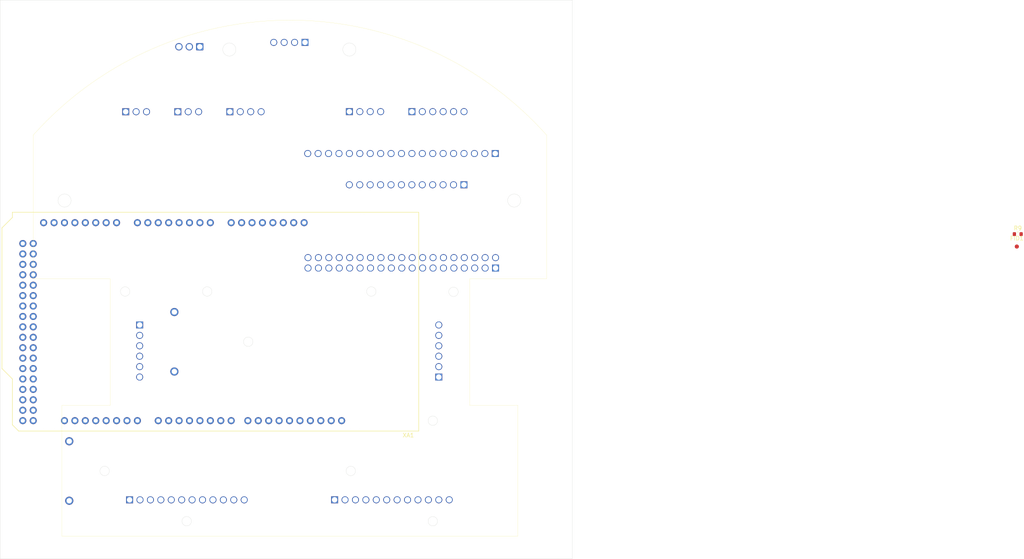
<source format=kicad_pcb>
(kicad_pcb (version 20171130) (host pcbnew "(5.1.8)-1")

  (general
    (thickness 1.6)
    (drawings 31)
    (tracks 0)
    (zones 0)
    (modules 21)
    (nets 140)
  )

  (page A4)
  (layers
    (0 F.Cu signal)
    (1 In1.Cu signal)
    (2 In2.Cu signal)
    (31 B.Cu signal)
    (32 B.Adhes user hide)
    (33 F.Adhes user hide)
    (34 B.Paste user hide)
    (35 F.Paste user hide)
    (36 B.SilkS user hide)
    (37 F.SilkS user)
    (38 B.Mask user hide)
    (39 F.Mask user)
    (40 Dwgs.User user)
    (41 Cmts.User user)
    (42 Eco1.User user)
    (43 Eco2.User user)
    (44 Edge.Cuts user)
    (45 Margin user)
    (46 B.CrtYd user hide)
    (47 F.CrtYd user hide)
    (48 B.Fab user hide)
    (49 F.Fab user hide)
  )

  (setup
    (last_trace_width 0.127)
    (user_trace_width 0.127)
    (user_trace_width 0.1524)
    (user_trace_width 0.254)
    (user_trace_width 0.3048)
    (user_trace_width 0.762)
    (user_trace_width 1.27)
    (user_trace_width 2.54)
    (trace_clearance 0.127)
    (zone_clearance 0.1524)
    (zone_45_only no)
    (trace_min 0.127)
    (via_size 0.4572)
    (via_drill 0.254)
    (via_min_size 0.4572)
    (via_min_drill 0.254)
    (user_via 0.4572 0.254)
    (uvia_size 0.3)
    (uvia_drill 0.1)
    (uvias_allowed no)
    (uvia_min_size 0.2)
    (uvia_min_drill 0.1)
    (edge_width 0.05)
    (segment_width 0.2)
    (pcb_text_width 0.3)
    (pcb_text_size 1.5 1.5)
    (mod_edge_width 0.12)
    (mod_text_size 1 1)
    (mod_text_width 0.15)
    (pad_size 1.524 1.524)
    (pad_drill 0.762)
    (pad_to_mask_clearance 0.001)
    (solder_mask_min_width 0.25)
    (aux_axis_origin 0 0)
    (visible_elements 7FFFFFFF)
    (pcbplotparams
      (layerselection 0x010f8_ffffffff)
      (usegerberextensions false)
      (usegerberattributes false)
      (usegerberadvancedattributes false)
      (creategerberjobfile false)
      (excludeedgelayer false)
      (linewidth 0.100000)
      (plotframeref false)
      (viasonmask false)
      (mode 1)
      (useauxorigin false)
      (hpglpennumber 1)
      (hpglpenspeed 20)
      (hpglpendiameter 15.000000)
      (psnegative false)
      (psa4output false)
      (plotreference true)
      (plotvalue true)
      (plotinvisibletext false)
      (padsonsilk false)
      (subtractmaskfromsilk false)
      (outputformat 1)
      (mirror false)
      (drillshape 0)
      (scaleselection 1)
      (outputdirectory "gerbers"))
  )

  (net 0 "")
  (net 1 GND)
  (net 2 +5V)
  (net 3 GPIO16)
  (net 4 GPIO33)
  (net 5 GPIO34)
  (net 6 +3V3)
  (net 7 EN)
  (net 8 GPIO36)
  (net 9 GPIO39)
  (net 10 GPIO35)
  (net 11 GPIO32)
  (net 12 GPIO25)
  (net 13 GPIO26)
  (net 14 GPIO13)
  (net 15 "Net-(J2-Pad16)")
  (net 16 "Net-(J2-Pad17)")
  (net 17 "Net-(J2-Pad18)")
  (net 18 GPIO23)
  (net 19 GPIO22)
  (net 20 GPIO14)
  (net 21 GPIO15)
  (net 22 GPIO27)
  (net 23 GPIO12)
  (net 24 "Net-(J5-Pad11)")
  (net 25 GPIO21)
  (net 26 GPIO17)
  (net 27 GPIO1)
  (net 28 GPIO19)
  (net 29 GPIO3)
  (net 30 GPIO18)
  (net 31 GPIO5)
  (net 32 GPIO4)
  (net 33 GPIO0)
  (net 34 GPIO2)
  (net 35 "Net-(J6-Pad33)")
  (net 36 "Net-(J6-Pad34)")
  (net 37 "Net-(J6-Pad36)")
  (net 38 "Net-(J6-Pad37)")
  (net 39 "Net-(J6-Pad38)")
  (net 40 SDA)
  (net 41 ML-)
  (net 42 ML+)
  (net 43 MR+)
  (net 44 MR-)
  (net 45 +BATT)
  (net 46 VBUS)
  (net 47 "Net-(TP2-Pad1)")
  (net 48 "Net-(J5-Pad10)")
  (net 49 "Net-(J6-Pad1)")
  (net 50 "Net-(J6-Pad3)")
  (net 51 "Net-(J6-Pad5)")
  (net 52 "Net-(J7-Pad3)")
  (net 53 +5VL)
  (net 54 "Net-(J5-Pad12)")
  (net 55 "Net-(XA1-PadA0)")
  (net 56 "Net-(XA1-PadVIN)")
  (net 57 "Net-(XA1-PadGND3)")
  (net 58 "Net-(XA1-PadGND2)")
  (net 59 "Net-(XA1-Pad5V1)")
  (net 60 "Net-(XA1-Pad3V3)")
  (net 61 "Net-(XA1-PadRST1)")
  (net 62 "Net-(XA1-PadIORF)")
  (net 63 "Net-(XA1-PadD21)")
  (net 64 "Net-(XA1-PadD20)")
  (net 65 "Net-(XA1-PadD19)")
  (net 66 "Net-(XA1-PadD18)")
  (net 67 "Net-(XA1-PadD17)")
  (net 68 "Net-(XA1-PadD16)")
  (net 69 "Net-(XA1-PadD15)")
  (net 70 "Net-(XA1-PadD14)")
  (net 71 "Net-(XA1-PadD0)")
  (net 72 "Net-(XA1-PadD1)")
  (net 73 "Net-(XA1-PadD2)")
  (net 74 "Net-(XA1-PadD3)")
  (net 75 "Net-(XA1-PadD4)")
  (net 76 "Net-(XA1-PadD5)")
  (net 77 "Net-(XA1-PadD6)")
  (net 78 "Net-(XA1-PadD7)")
  (net 79 "Net-(XA1-PadGND1)")
  (net 80 "Net-(XA1-PadD8)")
  (net 81 "Net-(XA1-PadD9)")
  (net 82 "Net-(XA1-PadD10)")
  (net 83 "Net-(XA1-PadSCL1)")
  (net 84 "Net-(XA1-PadSDA1)")
  (net 85 "Net-(XA1-PadAREF)")
  (net 86 "Net-(XA1-PadD13)")
  (net 87 "Net-(XA1-PadD12)")
  (net 88 "Net-(XA1-PadD11)")
  (net 89 "Net-(XA1-PadA1)")
  (net 90 "Net-(XA1-PadA2)")
  (net 91 "Net-(XA1-PadA3)")
  (net 92 "Net-(XA1-PadA4)")
  (net 93 "Net-(XA1-PadA5)")
  (net 94 "Net-(XA1-PadA6)")
  (net 95 "Net-(XA1-PadA7)")
  (net 96 "Net-(XA1-PadA8)")
  (net 97 "Net-(XA1-PadA9)")
  (net 98 "Net-(XA1-PadA10)")
  (net 99 "Net-(XA1-PadA11)")
  (net 100 "Net-(XA1-PadDAC0)")
  (net 101 "Net-(XA1-PadDAC1)")
  (net 102 "Net-(XA1-PadCANR)")
  (net 103 "Net-(XA1-PadCANT)")
  (net 104 "Net-(XA1-Pad5V3)")
  (net 105 "Net-(XA1-Pad5V4)")
  (net 106 "Net-(XA1-PadD22)")
  (net 107 "Net-(XA1-PadD23)")
  (net 108 "Net-(XA1-PadD24)")
  (net 109 "Net-(XA1-PadD25)")
  (net 110 "Net-(XA1-PadD26)")
  (net 111 "Net-(XA1-PadD27)")
  (net 112 "Net-(XA1-PadD28)")
  (net 113 "Net-(XA1-PadD29)")
  (net 114 "Net-(XA1-PadD30)")
  (net 115 "Net-(XA1-PadD31)")
  (net 116 "Net-(XA1-PadD32)")
  (net 117 "Net-(XA1-PadD33)")
  (net 118 "Net-(XA1-PadD34)")
  (net 119 "Net-(XA1-PadD35)")
  (net 120 "Net-(XA1-PadD36)")
  (net 121 "Net-(XA1-PadD37)")
  (net 122 "Net-(XA1-PadD38)")
  (net 123 "Net-(XA1-PadD39)")
  (net 124 "Net-(XA1-PadD40)")
  (net 125 "Net-(XA1-PadD41)")
  (net 126 "Net-(XA1-PadD42)")
  (net 127 "Net-(XA1-PadD43)")
  (net 128 "Net-(XA1-PadD44)")
  (net 129 "Net-(XA1-PadD45)")
  (net 130 "Net-(XA1-PadD46)")
  (net 131 "Net-(XA1-PadD47)")
  (net 132 "Net-(XA1-PadD48)")
  (net 133 "Net-(XA1-PadD49)")
  (net 134 "Net-(XA1-PadD50)")
  (net 135 "Net-(XA1-PadD51)")
  (net 136 "Net-(XA1-PadD52)")
  (net 137 "Net-(XA1-PadD53)")
  (net 138 "Net-(XA1-PadGND5)")
  (net 139 "Net-(XA1-PadGND6)")

  (net_class Default "This is the default net class."
    (clearance 0.127)
    (trace_width 0.127)
    (via_dia 0.4572)
    (via_drill 0.254)
    (uvia_dia 0.3)
    (uvia_drill 0.1)
    (add_net +3V3)
    (add_net +5V)
    (add_net +5VL)
    (add_net +BATT)
    (add_net EN)
    (add_net GND)
    (add_net GPIO0)
    (add_net GPIO1)
    (add_net GPIO12)
    (add_net GPIO13)
    (add_net GPIO14)
    (add_net GPIO15)
    (add_net GPIO16)
    (add_net GPIO17)
    (add_net GPIO18)
    (add_net GPIO19)
    (add_net GPIO2)
    (add_net GPIO21)
    (add_net GPIO22)
    (add_net GPIO23)
    (add_net GPIO25)
    (add_net GPIO26)
    (add_net GPIO27)
    (add_net GPIO3)
    (add_net GPIO32)
    (add_net GPIO33)
    (add_net GPIO34)
    (add_net GPIO35)
    (add_net GPIO36)
    (add_net GPIO39)
    (add_net GPIO4)
    (add_net GPIO5)
    (add_net ML+)
    (add_net ML-)
    (add_net MR+)
    (add_net MR-)
    (add_net "Net-(J2-Pad16)")
    (add_net "Net-(J2-Pad17)")
    (add_net "Net-(J2-Pad18)")
    (add_net "Net-(J5-Pad10)")
    (add_net "Net-(J5-Pad11)")
    (add_net "Net-(J5-Pad12)")
    (add_net "Net-(J6-Pad1)")
    (add_net "Net-(J6-Pad3)")
    (add_net "Net-(J6-Pad33)")
    (add_net "Net-(J6-Pad34)")
    (add_net "Net-(J6-Pad36)")
    (add_net "Net-(J6-Pad37)")
    (add_net "Net-(J6-Pad38)")
    (add_net "Net-(J6-Pad5)")
    (add_net "Net-(J7-Pad3)")
    (add_net "Net-(TP2-Pad1)")
    (add_net "Net-(XA1-Pad3V3)")
    (add_net "Net-(XA1-Pad5V1)")
    (add_net "Net-(XA1-Pad5V3)")
    (add_net "Net-(XA1-Pad5V4)")
    (add_net "Net-(XA1-PadA0)")
    (add_net "Net-(XA1-PadA1)")
    (add_net "Net-(XA1-PadA10)")
    (add_net "Net-(XA1-PadA11)")
    (add_net "Net-(XA1-PadA2)")
    (add_net "Net-(XA1-PadA3)")
    (add_net "Net-(XA1-PadA4)")
    (add_net "Net-(XA1-PadA5)")
    (add_net "Net-(XA1-PadA6)")
    (add_net "Net-(XA1-PadA7)")
    (add_net "Net-(XA1-PadA8)")
    (add_net "Net-(XA1-PadA9)")
    (add_net "Net-(XA1-PadAREF)")
    (add_net "Net-(XA1-PadCANR)")
    (add_net "Net-(XA1-PadCANT)")
    (add_net "Net-(XA1-PadD0)")
    (add_net "Net-(XA1-PadD1)")
    (add_net "Net-(XA1-PadD10)")
    (add_net "Net-(XA1-PadD11)")
    (add_net "Net-(XA1-PadD12)")
    (add_net "Net-(XA1-PadD13)")
    (add_net "Net-(XA1-PadD14)")
    (add_net "Net-(XA1-PadD15)")
    (add_net "Net-(XA1-PadD16)")
    (add_net "Net-(XA1-PadD17)")
    (add_net "Net-(XA1-PadD18)")
    (add_net "Net-(XA1-PadD19)")
    (add_net "Net-(XA1-PadD2)")
    (add_net "Net-(XA1-PadD20)")
    (add_net "Net-(XA1-PadD21)")
    (add_net "Net-(XA1-PadD22)")
    (add_net "Net-(XA1-PadD23)")
    (add_net "Net-(XA1-PadD24)")
    (add_net "Net-(XA1-PadD25)")
    (add_net "Net-(XA1-PadD26)")
    (add_net "Net-(XA1-PadD27)")
    (add_net "Net-(XA1-PadD28)")
    (add_net "Net-(XA1-PadD29)")
    (add_net "Net-(XA1-PadD3)")
    (add_net "Net-(XA1-PadD30)")
    (add_net "Net-(XA1-PadD31)")
    (add_net "Net-(XA1-PadD32)")
    (add_net "Net-(XA1-PadD33)")
    (add_net "Net-(XA1-PadD34)")
    (add_net "Net-(XA1-PadD35)")
    (add_net "Net-(XA1-PadD36)")
    (add_net "Net-(XA1-PadD37)")
    (add_net "Net-(XA1-PadD38)")
    (add_net "Net-(XA1-PadD39)")
    (add_net "Net-(XA1-PadD4)")
    (add_net "Net-(XA1-PadD40)")
    (add_net "Net-(XA1-PadD41)")
    (add_net "Net-(XA1-PadD42)")
    (add_net "Net-(XA1-PadD43)")
    (add_net "Net-(XA1-PadD44)")
    (add_net "Net-(XA1-PadD45)")
    (add_net "Net-(XA1-PadD46)")
    (add_net "Net-(XA1-PadD47)")
    (add_net "Net-(XA1-PadD48)")
    (add_net "Net-(XA1-PadD49)")
    (add_net "Net-(XA1-PadD5)")
    (add_net "Net-(XA1-PadD50)")
    (add_net "Net-(XA1-PadD51)")
    (add_net "Net-(XA1-PadD52)")
    (add_net "Net-(XA1-PadD53)")
    (add_net "Net-(XA1-PadD6)")
    (add_net "Net-(XA1-PadD7)")
    (add_net "Net-(XA1-PadD8)")
    (add_net "Net-(XA1-PadD9)")
    (add_net "Net-(XA1-PadDAC0)")
    (add_net "Net-(XA1-PadDAC1)")
    (add_net "Net-(XA1-PadGND1)")
    (add_net "Net-(XA1-PadGND2)")
    (add_net "Net-(XA1-PadGND3)")
    (add_net "Net-(XA1-PadGND5)")
    (add_net "Net-(XA1-PadGND6)")
    (add_net "Net-(XA1-PadIORF)")
    (add_net "Net-(XA1-PadRST1)")
    (add_net "Net-(XA1-PadSCL1)")
    (add_net "Net-(XA1-PadSDA1)")
    (add_net "Net-(XA1-PadVIN)")
    (add_net SDA)
    (add_net VBUS)
  )

  (module Arduino:Arduino_Due_Shield (layer F.Cu) (tedit 5FC6C8C5) (tstamp 5FC7373A)
    (at 150.495 76.962 180)
    (descr https://store.arduino.cc/arduino-due)
    (path /5FD02734)
    (fp_text reference XA1 (at 2.54 -54.356) (layer F.SilkS)
      (effects (font (size 1 1) (thickness 0.15)))
    )
    (fp_text value Arduino_Due_Shield (at 15.494 -54.356) (layer F.Fab)
      (effects (font (size 1 1) (thickness 0.15)))
    )
    (fp_line (start 0 -53.34) (end 97.536 -53.34) (layer F.SilkS) (width 0.15))
    (fp_line (start 0 0) (end 99.06 0) (layer F.SilkS) (width 0.15))
    (fp_line (start 97.536 -53.34) (end 99.06 -51.816) (layer F.SilkS) (width 0.15))
    (fp_line (start 99.06 0) (end 99.06 -1.27) (layer F.SilkS) (width 0.15))
    (fp_line (start 99.06 -1.27) (end 101.6 -3.81) (layer F.SilkS) (width 0.15))
    (fp_line (start 101.6 -3.81) (end 101.6 -38.1) (layer F.SilkS) (width 0.15))
    (fp_line (start 101.6 -38.1) (end 99.06 -40.64) (layer F.SilkS) (width 0.15))
    (fp_line (start 99.06 -40.64) (end 99.06 -51.816) (layer F.SilkS) (width 0.15))
    (fp_line (start 0 -53.34) (end 0 0) (layer F.SilkS) (width 0.15))
    (fp_line (start -1.905 -12.065) (end 11.43 -12.065) (layer B.CrtYd) (width 0.15))
    (fp_line (start -1.905 -12.065) (end -1.905 -3.175) (layer B.CrtYd) (width 0.15))
    (fp_line (start -1.905 -3.175) (end 11.43 -3.175) (layer B.CrtYd) (width 0.15))
    (fp_line (start 11.43 -12.065) (end 11.43 -3.175) (layer B.CrtYd) (width 0.15))
    (pad A0 thru_hole oval (at 50.8 -2.54 180) (size 1.7272 1.7272) (drill 1.016) (layers *.Cu *.Mask)
      (net 55 "Net-(XA1-PadA0)"))
    (pad VIN thru_hole oval (at 45.72 -2.54 180) (size 1.7272 1.7272) (drill 1.016) (layers *.Cu *.Mask)
      (net 56 "Net-(XA1-PadVIN)"))
    (pad GND3 thru_hole oval (at 43.18 -2.54 180) (size 1.7272 1.7272) (drill 1.016) (layers *.Cu *.Mask)
      (net 57 "Net-(XA1-PadGND3)"))
    (pad GND2 thru_hole oval (at 40.64 -2.54 180) (size 1.7272 1.7272) (drill 1.016) (layers *.Cu *.Mask)
      (net 58 "Net-(XA1-PadGND2)"))
    (pad 5V1 thru_hole oval (at 38.1 -2.54 180) (size 1.7272 1.7272) (drill 1.016) (layers *.Cu *.Mask)
      (net 59 "Net-(XA1-Pad5V1)"))
    (pad 3V3 thru_hole oval (at 35.56 -2.54 180) (size 1.7272 1.7272) (drill 1.016) (layers *.Cu *.Mask)
      (net 60 "Net-(XA1-Pad3V3)"))
    (pad RST1 thru_hole oval (at 33.02 -2.54 180) (size 1.7272 1.7272) (drill 1.016) (layers *.Cu *.Mask)
      (net 61 "Net-(XA1-PadRST1)"))
    (pad IORF thru_hole oval (at 30.48 -2.54 180) (size 1.7272 1.7272) (drill 1.016) (layers *.Cu *.Mask)
      (net 62 "Net-(XA1-PadIORF)"))
    (pad D21 thru_hole oval (at 86.36 -50.8 180) (size 1.7272 1.7272) (drill 1.016) (layers *.Cu *.Mask)
      (net 63 "Net-(XA1-PadD21)"))
    (pad D20 thru_hole oval (at 83.82 -50.8 180) (size 1.7272 1.7272) (drill 1.016) (layers *.Cu *.Mask)
      (net 64 "Net-(XA1-PadD20)"))
    (pad D19 thru_hole oval (at 81.28 -50.8 180) (size 1.7272 1.7272) (drill 1.016) (layers *.Cu *.Mask)
      (net 65 "Net-(XA1-PadD19)"))
    (pad D18 thru_hole oval (at 78.74 -50.8 180) (size 1.7272 1.7272) (drill 1.016) (layers *.Cu *.Mask)
      (net 66 "Net-(XA1-PadD18)"))
    (pad D17 thru_hole oval (at 76.2 -50.8 180) (size 1.7272 1.7272) (drill 1.016) (layers *.Cu *.Mask)
      (net 67 "Net-(XA1-PadD17)"))
    (pad D16 thru_hole oval (at 73.66 -50.8 180) (size 1.7272 1.7272) (drill 1.016) (layers *.Cu *.Mask)
      (net 68 "Net-(XA1-PadD16)"))
    (pad D15 thru_hole oval (at 71.12 -50.8 180) (size 1.7272 1.7272) (drill 1.016) (layers *.Cu *.Mask)
      (net 69 "Net-(XA1-PadD15)"))
    (pad D14 thru_hole oval (at 68.58 -50.8 180) (size 1.7272 1.7272) (drill 1.016) (layers *.Cu *.Mask)
      (net 70 "Net-(XA1-PadD14)"))
    (pad D0 thru_hole oval (at 63.5 -50.8 180) (size 1.7272 1.7272) (drill 1.016) (layers *.Cu *.Mask)
      (net 71 "Net-(XA1-PadD0)"))
    (pad D1 thru_hole oval (at 60.96 -50.8 180) (size 1.7272 1.7272) (drill 1.016) (layers *.Cu *.Mask)
      (net 72 "Net-(XA1-PadD1)"))
    (pad D2 thru_hole oval (at 58.42 -50.8 180) (size 1.7272 1.7272) (drill 1.016) (layers *.Cu *.Mask)
      (net 73 "Net-(XA1-PadD2)"))
    (pad D3 thru_hole oval (at 55.88 -50.8 180) (size 1.7272 1.7272) (drill 1.016) (layers *.Cu *.Mask)
      (net 74 "Net-(XA1-PadD3)"))
    (pad D4 thru_hole oval (at 53.34 -50.8 180) (size 1.7272 1.7272) (drill 1.016) (layers *.Cu *.Mask)
      (net 75 "Net-(XA1-PadD4)"))
    (pad D5 thru_hole oval (at 50.8 -50.8 180) (size 1.7272 1.7272) (drill 1.016) (layers *.Cu *.Mask)
      (net 76 "Net-(XA1-PadD5)"))
    (pad D6 thru_hole oval (at 48.26 -50.8 180) (size 1.7272 1.7272) (drill 1.016) (layers *.Cu *.Mask)
      (net 77 "Net-(XA1-PadD6)"))
    (pad D7 thru_hole oval (at 45.72 -50.8 180) (size 1.7272 1.7272) (drill 1.016) (layers *.Cu *.Mask)
      (net 78 "Net-(XA1-PadD7)"))
    (pad GND1 thru_hole oval (at 26.416 -50.8 180) (size 1.7272 1.7272) (drill 1.016) (layers *.Cu *.Mask)
      (net 79 "Net-(XA1-PadGND1)"))
    (pad D8 thru_hole oval (at 41.656 -50.8 180) (size 1.7272 1.7272) (drill 1.016) (layers *.Cu *.Mask)
      (net 80 "Net-(XA1-PadD8)"))
    (pad D9 thru_hole oval (at 39.116 -50.8 180) (size 1.7272 1.7272) (drill 1.016) (layers *.Cu *.Mask)
      (net 81 "Net-(XA1-PadD9)"))
    (pad D10 thru_hole oval (at 36.576 -50.8 180) (size 1.7272 1.7272) (drill 1.016) (layers *.Cu *.Mask)
      (net 82 "Net-(XA1-PadD10)"))
    (pad "" np_thru_hole circle (at 90.17 -50.8 180) (size 3.2 3.2) (drill 3.2) (layers *.Cu *.Mask))
    (pad "" np_thru_hole circle (at 15.24 -50.8 180) (size 3.2 3.2) (drill 3.2) (layers *.Cu *.Mask))
    (pad "" np_thru_hole circle (at 96.52 -2.54 180) (size 3.2 3.2) (drill 3.2) (layers *.Cu *.Mask))
    (pad "" np_thru_hole circle (at 13.97 -2.54 180) (size 3.2 3.2) (drill 3.2) (layers *.Cu *.Mask))
    (pad SCL1 thru_hole oval (at 18.796 -50.8 180) (size 1.7272 1.7272) (drill 1.016) (layers *.Cu *.Mask)
      (net 83 "Net-(XA1-PadSCL1)"))
    (pad SDA1 thru_hole oval (at 21.336 -50.8 180) (size 1.7272 1.7272) (drill 1.016) (layers *.Cu *.Mask)
      (net 84 "Net-(XA1-PadSDA1)"))
    (pad AREF thru_hole oval (at 23.876 -50.8 180) (size 1.7272 1.7272) (drill 1.016) (layers *.Cu *.Mask)
      (net 85 "Net-(XA1-PadAREF)"))
    (pad D13 thru_hole oval (at 28.956 -50.8 180) (size 1.7272 1.7272) (drill 1.016) (layers *.Cu *.Mask)
      (net 86 "Net-(XA1-PadD13)"))
    (pad D12 thru_hole oval (at 31.496 -50.8 180) (size 1.7272 1.7272) (drill 1.016) (layers *.Cu *.Mask)
      (net 87 "Net-(XA1-PadD12)"))
    (pad D11 thru_hole oval (at 34.036 -50.8 180) (size 1.7272 1.7272) (drill 1.016) (layers *.Cu *.Mask)
      (net 88 "Net-(XA1-PadD11)"))
    (pad "" thru_hole oval (at 27.94 -2.54 180) (size 1.7272 1.7272) (drill 1.016) (layers *.Cu *.Mask))
    (pad A1 thru_hole oval (at 53.34 -2.54 180) (size 1.7272 1.7272) (drill 1.016) (layers *.Cu *.Mask)
      (net 89 "Net-(XA1-PadA1)"))
    (pad A2 thru_hole oval (at 55.88 -2.54 180) (size 1.7272 1.7272) (drill 1.016) (layers *.Cu *.Mask)
      (net 90 "Net-(XA1-PadA2)"))
    (pad A3 thru_hole oval (at 58.42 -2.54 180) (size 1.7272 1.7272) (drill 1.016) (layers *.Cu *.Mask)
      (net 91 "Net-(XA1-PadA3)"))
    (pad A4 thru_hole oval (at 60.96 -2.54 180) (size 1.7272 1.7272) (drill 1.016) (layers *.Cu *.Mask)
      (net 92 "Net-(XA1-PadA4)"))
    (pad A5 thru_hole oval (at 63.5 -2.54 180) (size 1.7272 1.7272) (drill 1.016) (layers *.Cu *.Mask)
      (net 93 "Net-(XA1-PadA5)"))
    (pad A6 thru_hole oval (at 66.04 -2.54 180) (size 1.7272 1.7272) (drill 1.016) (layers *.Cu *.Mask)
      (net 94 "Net-(XA1-PadA6)"))
    (pad A7 thru_hole oval (at 68.58 -2.54 180) (size 1.7272 1.7272) (drill 1.016) (layers *.Cu *.Mask)
      (net 95 "Net-(XA1-PadA7)"))
    (pad A8 thru_hole oval (at 73.66 -2.54 180) (size 1.7272 1.7272) (drill 1.016) (layers *.Cu *.Mask)
      (net 96 "Net-(XA1-PadA8)"))
    (pad A9 thru_hole oval (at 76.2 -2.54 180) (size 1.7272 1.7272) (drill 1.016) (layers *.Cu *.Mask)
      (net 97 "Net-(XA1-PadA9)"))
    (pad A10 thru_hole oval (at 78.74 -2.54 180) (size 1.7272 1.7272) (drill 1.016) (layers *.Cu *.Mask)
      (net 98 "Net-(XA1-PadA10)"))
    (pad A11 thru_hole oval (at 81.28 -2.54 180) (size 1.7272 1.7272) (drill 1.016) (layers *.Cu *.Mask)
      (net 99 "Net-(XA1-PadA11)"))
    (pad DAC0 thru_hole oval (at 83.82 -2.54 180) (size 1.7272 1.7272) (drill 1.016) (layers *.Cu *.Mask)
      (net 100 "Net-(XA1-PadDAC0)"))
    (pad DAC1 thru_hole oval (at 86.36 -2.54 180) (size 1.7272 1.7272) (drill 1.016) (layers *.Cu *.Mask)
      (net 101 "Net-(XA1-PadDAC1)"))
    (pad CANR thru_hole oval (at 88.9 -2.54 180) (size 1.7272 1.7272) (drill 1.016) (layers *.Cu *.Mask)
      (net 102 "Net-(XA1-PadCANR)"))
    (pad CANT thru_hole oval (at 91.44 -2.54 180) (size 1.7272 1.7272) (drill 1.016) (layers *.Cu *.Mask)
      (net 103 "Net-(XA1-PadCANT)"))
    (pad 5V3 thru_hole oval (at 93.98 -50.8 180) (size 1.7272 1.7272) (drill 1.016) (layers *.Cu *.Mask)
      (net 104 "Net-(XA1-Pad5V3)"))
    (pad 5V4 thru_hole oval (at 96.52 -50.8 180) (size 1.7272 1.7272) (drill 1.016) (layers *.Cu *.Mask)
      (net 105 "Net-(XA1-Pad5V4)"))
    (pad D22 thru_hole oval (at 93.98 -48.26 180) (size 1.7272 1.7272) (drill 1.016) (layers *.Cu *.Mask)
      (net 106 "Net-(XA1-PadD22)"))
    (pad D23 thru_hole oval (at 96.52 -48.26 180) (size 1.7272 1.7272) (drill 1.016) (layers *.Cu *.Mask)
      (net 107 "Net-(XA1-PadD23)"))
    (pad D24 thru_hole oval (at 93.98 -45.72 180) (size 1.7272 1.7272) (drill 1.016) (layers *.Cu *.Mask)
      (net 108 "Net-(XA1-PadD24)"))
    (pad D25 thru_hole oval (at 96.52 -45.72 180) (size 1.7272 1.7272) (drill 1.016) (layers *.Cu *.Mask)
      (net 109 "Net-(XA1-PadD25)"))
    (pad D26 thru_hole oval (at 93.98 -43.18 180) (size 1.7272 1.7272) (drill 1.016) (layers *.Cu *.Mask)
      (net 110 "Net-(XA1-PadD26)"))
    (pad D27 thru_hole oval (at 96.52 -43.18 180) (size 1.7272 1.7272) (drill 1.016) (layers *.Cu *.Mask)
      (net 111 "Net-(XA1-PadD27)"))
    (pad D28 thru_hole oval (at 93.98 -40.64 180) (size 1.7272 1.7272) (drill 1.016) (layers *.Cu *.Mask)
      (net 112 "Net-(XA1-PadD28)"))
    (pad D29 thru_hole oval (at 96.52 -40.64 180) (size 1.7272 1.7272) (drill 1.016) (layers *.Cu *.Mask)
      (net 113 "Net-(XA1-PadD29)"))
    (pad D30 thru_hole oval (at 93.98 -38.1 180) (size 1.7272 1.7272) (drill 1.016) (layers *.Cu *.Mask)
      (net 114 "Net-(XA1-PadD30)"))
    (pad D31 thru_hole oval (at 96.52 -38.1 180) (size 1.7272 1.7272) (drill 1.016) (layers *.Cu *.Mask)
      (net 115 "Net-(XA1-PadD31)"))
    (pad D32 thru_hole oval (at 93.98 -35.56 180) (size 1.7272 1.7272) (drill 1.016) (layers *.Cu *.Mask)
      (net 116 "Net-(XA1-PadD32)"))
    (pad D33 thru_hole oval (at 96.52 -35.56 180) (size 1.7272 1.7272) (drill 1.016) (layers *.Cu *.Mask)
      (net 117 "Net-(XA1-PadD33)"))
    (pad D34 thru_hole oval (at 93.98 -33.02 180) (size 1.7272 1.7272) (drill 1.016) (layers *.Cu *.Mask)
      (net 118 "Net-(XA1-PadD34)"))
    (pad D35 thru_hole oval (at 96.52 -33.02 180) (size 1.7272 1.7272) (drill 1.016) (layers *.Cu *.Mask)
      (net 119 "Net-(XA1-PadD35)"))
    (pad D36 thru_hole oval (at 93.98 -30.48 180) (size 1.7272 1.7272) (drill 1.016) (layers *.Cu *.Mask)
      (net 120 "Net-(XA1-PadD36)"))
    (pad D37 thru_hole oval (at 96.52 -30.48 180) (size 1.7272 1.7272) (drill 1.016) (layers *.Cu *.Mask)
      (net 121 "Net-(XA1-PadD37)"))
    (pad D38 thru_hole oval (at 93.98 -27.94 180) (size 1.7272 1.7272) (drill 1.016) (layers *.Cu *.Mask)
      (net 122 "Net-(XA1-PadD38)"))
    (pad D39 thru_hole oval (at 96.52 -27.94 180) (size 1.7272 1.7272) (drill 1.016) (layers *.Cu *.Mask)
      (net 123 "Net-(XA1-PadD39)"))
    (pad D40 thru_hole oval (at 93.98 -25.4 180) (size 1.7272 1.7272) (drill 1.016) (layers *.Cu *.Mask)
      (net 124 "Net-(XA1-PadD40)"))
    (pad D41 thru_hole oval (at 96.52 -25.4 180) (size 1.7272 1.7272) (drill 1.016) (layers *.Cu *.Mask)
      (net 125 "Net-(XA1-PadD41)"))
    (pad D42 thru_hole oval (at 93.98 -22.86 180) (size 1.7272 1.7272) (drill 1.016) (layers *.Cu *.Mask)
      (net 126 "Net-(XA1-PadD42)"))
    (pad D43 thru_hole oval (at 96.52 -22.86 180) (size 1.7272 1.7272) (drill 1.016) (layers *.Cu *.Mask)
      (net 127 "Net-(XA1-PadD43)"))
    (pad D44 thru_hole oval (at 93.98 -20.32 180) (size 1.7272 1.7272) (drill 1.016) (layers *.Cu *.Mask)
      (net 128 "Net-(XA1-PadD44)"))
    (pad D45 thru_hole oval (at 96.52 -20.32 180) (size 1.7272 1.7272) (drill 1.016) (layers *.Cu *.Mask)
      (net 129 "Net-(XA1-PadD45)"))
    (pad D46 thru_hole oval (at 93.98 -17.78 180) (size 1.7272 1.7272) (drill 1.016) (layers *.Cu *.Mask)
      (net 130 "Net-(XA1-PadD46)"))
    (pad D47 thru_hole oval (at 96.52 -17.78 180) (size 1.7272 1.7272) (drill 1.016) (layers *.Cu *.Mask)
      (net 131 "Net-(XA1-PadD47)"))
    (pad D48 thru_hole oval (at 93.98 -15.24 180) (size 1.7272 1.7272) (drill 1.016) (layers *.Cu *.Mask)
      (net 132 "Net-(XA1-PadD48)"))
    (pad D49 thru_hole oval (at 96.52 -15.24 180) (size 1.7272 1.7272) (drill 1.016) (layers *.Cu *.Mask)
      (net 133 "Net-(XA1-PadD49)"))
    (pad D50 thru_hole oval (at 93.98 -12.7 180) (size 1.7272 1.7272) (drill 1.016) (layers *.Cu *.Mask)
      (net 134 "Net-(XA1-PadD50)"))
    (pad D51 thru_hole oval (at 96.52 -12.7 180) (size 1.7272 1.7272) (drill 1.016) (layers *.Cu *.Mask)
      (net 135 "Net-(XA1-PadD51)"))
    (pad D52 thru_hole oval (at 93.98 -10.16 180) (size 1.7272 1.7272) (drill 1.016) (layers *.Cu *.Mask)
      (net 136 "Net-(XA1-PadD52)"))
    (pad D53 thru_hole oval (at 96.52 -10.16 180) (size 1.7272 1.7272) (drill 1.016) (layers *.Cu *.Mask)
      (net 137 "Net-(XA1-PadD53)"))
    (pad GND5 thru_hole oval (at 93.98 -7.62 180) (size 1.7272 1.7272) (drill 1.016) (layers *.Cu *.Mask)
      (net 138 "Net-(XA1-PadGND5)"))
    (pad GND6 thru_hole oval (at 96.52 -7.62 180) (size 1.7272 1.7272) (drill 1.016) (layers *.Cu *.Mask)
      (net 139 "Net-(XA1-PadGND6)"))
  )

  (module jig:batterylug (layer F.Cu) (tedit 5FC6B926) (tstamp 5F645CBB)
    (at 90.9222 120.784)
    (path /5F731413)
    (fp_text reference TP2 (at 0 0.5) (layer F.SilkS) hide
      (effects (font (size 1 1) (thickness 0.15)))
    )
    (fp_text value TestPoint (at 0 -0.5) (layer F.Fab)
      (effects (font (size 1 1) (thickness 0.15)))
    )
    (pad 1 thru_hole oval (at 0 -5) (size 2 2) (drill oval 1.3) (layers *.Cu *.Mask)
      (net 47 "Net-(TP2-Pad1)"))
  )

  (module jig:batterylug (layer F.Cu) (tedit 5FC6B926) (tstamp 5F645CC5)
    (at 90.9222 106.284)
    (path /5F7319FF)
    (fp_text reference TP4 (at 0 0.5) (layer F.SilkS) hide
      (effects (font (size 1 1) (thickness 0.15)))
    )
    (fp_text value TestPoint (at 0 -0.5) (layer F.Fab)
      (effects (font (size 1 1) (thickness 0.15)))
    )
    (pad 1 thru_hole oval (at 0 -5) (size 2 2) (drill oval 1.3) (layers *.Cu *.Mask)
      (net 1 GND))
  )

  (module jig:batterylug (layer F.Cu) (tedit 5FC6B926) (tstamp 5F645CB6)
    (at 65.2972 152.284)
    (path /5F73093E)
    (fp_text reference TP1 (at 0 0.5) (layer F.SilkS) hide
      (effects (font (size 1 1) (thickness 0.15)))
    )
    (fp_text value TestPoint (at 0 -0.5) (layer F.Fab)
      (effects (font (size 1 1) (thickness 0.15)))
    )
    (pad 1 thru_hole oval (at 0 -5) (size 2 2) (drill oval 1.3) (layers *.Cu *.Mask)
      (net 45 +BATT))
  )

  (module jig:batterylug (layer F.Cu) (tedit 5FC6B926) (tstamp 5F645CC0)
    (at 65.2972 137.784)
    (path /5F731630)
    (fp_text reference TP3 (at 0 0.5) (layer F.SilkS) hide
      (effects (font (size 1 1) (thickness 0.15)))
    )
    (fp_text value TestPoint (at 0 -0.5) (layer F.Fab)
      (effects (font (size 1 1) (thickness 0.15)))
    )
    (pad 1 thru_hole oval (at 0 -5) (size 2 2) (drill oval 1.3) (layers *.Cu *.Mask)
      (net 47 "Net-(TP2-Pad1)"))
  )

  (module jig:Vishay_MINICAST-3Pin (layer F.Cu) (tedit 5FC6B8B7) (tstamp 5F9BD748)
    (at 97.11 36.61 180)
    (descr "IR Receiver Vishay TSOP-xxxx, MINICAST package, see https://www.vishay.com/docs/82669/tsop32s40f.pdf")
    (tags "IR Receiver Vishay TSOP-xxxx MINICAST")
    (path /5FA17FA5)
    (fp_text reference U4 (at 2.5 -2.4) (layer F.SilkS) hide
      (effects (font (size 1 1) (thickness 0.15)))
    )
    (fp_text value TSSP58038 (at 2.55 4.6) (layer F.Fab)
      (effects (font (size 1 1) (thickness 0.15)))
    )
    (fp_arc (start 2.54 1.4) (end 4.54 1.4) (angle 180) (layer F.Fab) (width 0.1))
    (fp_text user %R (at 2.54 0 180) (layer F.Fab)
      (effects (font (size 1 1) (thickness 0.15)))
    )
    (fp_line (start 0.79 -1.4) (end 0.04 -0.65) (layer F.Fab) (width 0.1))
    (fp_line (start 6.23 3.7) (end -1.15 3.7) (layer F.CrtYd) (width 0.05))
    (fp_line (start 6.23 3.7) (end 6.23 -1.65) (layer F.CrtYd) (width 0.05))
    (fp_line (start -1.15 -1.65) (end -1.15 3.7) (layer F.CrtYd) (width 0.05))
    (fp_line (start -1.15 -1.65) (end 6.23 -1.65) (layer F.CrtYd) (width 0.05))
    (fp_line (start 0.04 1.4) (end 0.04 -0.65) (layer F.Fab) (width 0.1))
    (fp_line (start 5.04 1.4) (end 0.04 1.4) (layer F.Fab) (width 0.1))
    (fp_line (start 5.04 -1.4) (end 5.04 1.4) (layer F.Fab) (width 0.1))
    (fp_line (start 0.79 -1.4) (end 5.04 -1.4) (layer F.Fab) (width 0.1))
    (pad 3 thru_hole circle (at 5.08 0 180) (size 1.8 1.8) (drill 1.3) (layers *.Cu *.Mask)
      (net 6 +3V3))
    (pad 2 thru_hole circle (at 2.54 0 180) (size 1.8 1.8) (drill 1.3) (layers *.Cu *.Mask)
      (net 1 GND))
    (pad 1 thru_hole roundrect (at 0 0 180) (size 1.8 1.8) (drill 1.3) (layers *.Cu *.Mask) (roundrect_rratio 0.139)
      (net 21 GPIO15))
    (model ${KISYS3DMOD}/OptoDevice.3dshapes/Vishay_MINICAST-3Pin.wrl
      (at (xyz 0 0 0))
      (scale (xyz 1 1 1))
      (rotate (xyz 0 0 0))
    )
  )

  (module jig:PinSocket_1x03_P2.54mm_Vertical (layer F.Cu) (tedit 5FC6B830) (tstamp 5F64442B)
    (at 91.76 52.4545 90)
    (descr "Through hole straight socket strip, 1x03, 2.54mm pitch, single row (from Kicad 4.0.7), script generated")
    (tags "Through hole socket strip THT 1x03 2.54mm single row")
    (path /5EE96798)
    (fp_text reference J4 (at 0 -2.77 90) (layer F.SilkS) hide
      (effects (font (size 1 1) (thickness 0.15)))
    )
    (fp_text value LineSensor (at 0 7.85 90) (layer F.Fab)
      (effects (font (size 1 1) (thickness 0.15)))
    )
    (fp_text user %R (at 0 2.54 180) (layer F.Fab)
      (effects (font (size 1 1) (thickness 0.15)))
    )
    (fp_line (start -1.27 -1.27) (end 0.635 -1.27) (layer F.Fab) (width 0.1))
    (fp_line (start 0.635 -1.27) (end 1.27 -0.635) (layer F.Fab) (width 0.1))
    (fp_line (start 1.27 -0.635) (end 1.27 6.35) (layer F.Fab) (width 0.1))
    (fp_line (start 1.27 6.35) (end -1.27 6.35) (layer F.Fab) (width 0.1))
    (fp_line (start -1.27 6.35) (end -1.27 -1.27) (layer F.Fab) (width 0.1))
    (fp_line (start -1.8 -1.8) (end 1.75 -1.8) (layer F.CrtYd) (width 0.05))
    (fp_line (start 1.75 -1.8) (end 1.75 6.85) (layer F.CrtYd) (width 0.05))
    (fp_line (start 1.75 6.85) (end -1.8 6.85) (layer F.CrtYd) (width 0.05))
    (fp_line (start -1.8 6.85) (end -1.8 -1.8) (layer F.CrtYd) (width 0.05))
    (pad 1 thru_hole rect (at 0 0 90) (size 1.7 1.7) (drill 1.3) (layers *.Cu *.Mask)
      (net 1 GND))
    (pad 2 thru_hole oval (at 0 2.54 90) (size 1.7 1.7) (drill 1.3) (layers *.Cu *.Mask)
      (net 9 GPIO39))
    (pad 3 thru_hole oval (at 0 5.08 90) (size 1.7 1.7) (drill 1.3) (layers *.Cu *.Mask)
      (net 6 +3V3))
    (model ${KISYS3DMOD}/Connector_PinSocket_2.54mm.3dshapes/PinSocket_1x03_P2.54mm_Vertical.wrl
      (at (xyz 0 0 0))
      (scale (xyz 1 1 1))
      (rotate (xyz 0 0 0))
    )
  )

  (module jig:PinSocket_1x03_P2.54mm_Vertical (layer F.Cu) (tedit 5FC6B830) (tstamp 5F644414)
    (at 79.06 52.4545 90)
    (descr "Through hole straight socket strip, 1x03, 2.54mm pitch, single row (from Kicad 4.0.7), script generated")
    (tags "Through hole socket strip THT 1x03 2.54mm single row")
    (path /5EE97251)
    (fp_text reference J3 (at 0 -2.77 90) (layer F.SilkS) hide
      (effects (font (size 1 1) (thickness 0.15)))
    )
    (fp_text value LineSensor (at 0 7.85 90) (layer F.Fab)
      (effects (font (size 1 1) (thickness 0.15)))
    )
    (fp_text user %R (at 0 2.54 180) (layer F.Fab)
      (effects (font (size 1 1) (thickness 0.15)))
    )
    (fp_line (start -1.27 -1.27) (end 0.635 -1.27) (layer F.Fab) (width 0.1))
    (fp_line (start 0.635 -1.27) (end 1.27 -0.635) (layer F.Fab) (width 0.1))
    (fp_line (start 1.27 -0.635) (end 1.27 6.35) (layer F.Fab) (width 0.1))
    (fp_line (start 1.27 6.35) (end -1.27 6.35) (layer F.Fab) (width 0.1))
    (fp_line (start -1.27 6.35) (end -1.27 -1.27) (layer F.Fab) (width 0.1))
    (fp_line (start -1.8 -1.8) (end 1.75 -1.8) (layer F.CrtYd) (width 0.05))
    (fp_line (start 1.75 -1.8) (end 1.75 6.85) (layer F.CrtYd) (width 0.05))
    (fp_line (start 1.75 6.85) (end -1.8 6.85) (layer F.CrtYd) (width 0.05))
    (fp_line (start -1.8 6.85) (end -1.8 -1.8) (layer F.CrtYd) (width 0.05))
    (pad 1 thru_hole rect (at 0 0 90) (size 1.7 1.7) (drill 1.3) (layers *.Cu *.Mask)
      (net 1 GND))
    (pad 2 thru_hole oval (at 0 2.54 90) (size 1.7 1.7) (drill 1.3) (layers *.Cu *.Mask)
      (net 8 GPIO36))
    (pad 3 thru_hole oval (at 0 5.08 90) (size 1.7 1.7) (drill 1.3) (layers *.Cu *.Mask)
      (net 6 +3V3))
    (model ${KISYS3DMOD}/Connector_PinSocket_2.54mm.3dshapes/PinSocket_1x03_P2.54mm_Vertical.wrl
      (at (xyz 0 0 0))
      (scale (xyz 1 1 1))
      (rotate (xyz 0 0 0))
    )
  )

  (module jig:PinSocket_1x04_P2.54mm_Vertical (layer F.Cu) (tedit 5FC6B785) (tstamp 5F6444D2)
    (at 133.589 52.4295 90)
    (descr "Through hole straight socket strip, 1x04, 2.54mm pitch, single row (from Kicad 4.0.7), script generated")
    (tags "Through hole socket strip THT 1x04 2.54mm single row")
    (path /5F351CBA)
    (fp_text reference J9 (at 0 -2.77 90) (layer F.SilkS) hide
      (effects (font (size 1 1) (thickness 0.15)))
    )
    (fp_text value i2c (at 0 10.39 90) (layer F.Fab)
      (effects (font (size 1 1) (thickness 0.15)))
    )
    (fp_text user %R (at 0 3.81 180) (layer F.Fab)
      (effects (font (size 1 1) (thickness 0.15)))
    )
    (fp_line (start -1.8 9.4) (end -1.8 -1.8) (layer F.CrtYd) (width 0.05))
    (fp_line (start 1.75 9.4) (end -1.8 9.4) (layer F.CrtYd) (width 0.05))
    (fp_line (start 1.75 -1.8) (end 1.75 9.4) (layer F.CrtYd) (width 0.05))
    (fp_line (start -1.8 -1.8) (end 1.75 -1.8) (layer F.CrtYd) (width 0.05))
    (fp_line (start -1.27 8.89) (end -1.27 -1.27) (layer F.Fab) (width 0.1))
    (fp_line (start 1.27 8.89) (end -1.27 8.89) (layer F.Fab) (width 0.1))
    (fp_line (start 1.27 -0.635) (end 1.27 8.89) (layer F.Fab) (width 0.1))
    (fp_line (start 0.635 -1.27) (end 1.27 -0.635) (layer F.Fab) (width 0.1))
    (fp_line (start -1.27 -1.27) (end 0.635 -1.27) (layer F.Fab) (width 0.1))
    (pad 1 thru_hole rect (at 0 0 90) (size 1.7 1.7) (drill 1.3) (layers *.Cu *.Mask)
      (net 6 +3V3))
    (pad 2 thru_hole oval (at 0 2.54 90) (size 1.7 1.7) (drill 1.3) (layers *.Cu *.Mask)
      (net 19 GPIO22))
    (pad 3 thru_hole oval (at 0 5.08 90) (size 1.7 1.7) (drill 1.3) (layers *.Cu *.Mask)
      (net 40 SDA))
    (pad 4 thru_hole oval (at 0 7.62 90) (size 1.7 1.7) (drill 1.3) (layers *.Cu *.Mask)
      (net 1 GND))
    (model ${KISYS3DMOD}/Connector_PinSocket_2.54mm.3dshapes/PinSocket_1x04_P2.54mm_Vertical.wrl
      (at (xyz 0 0 0))
      (scale (xyz 1 1 1))
      (rotate (xyz 0 0 0))
    )
  )

  (module jig:PinSocket_1x04_P2.54mm_Vertical (layer F.Cu) (tedit 5FC6B785) (tstamp 5F64449F)
    (at 122.77 35.55 270)
    (descr "Through hole straight socket strip, 1x04, 2.54mm pitch, single row (from Kicad 4.0.7), script generated")
    (tags "Through hole socket strip THT 1x04 2.54mm single row")
    (path /5EE97506)
    (fp_text reference J7 (at 0 -2.77 270) (layer F.SilkS) hide
      (effects (font (size 1 1) (thickness 0.15)))
    )
    (fp_text value Ultrasonic. (at 0 10.39 270) (layer F.Fab) hide
      (effects (font (size 1 1) (thickness 0.15)))
    )
    (fp_text user %R (at 0 3.81) (layer F.Fab) hide
      (effects (font (size 1 1) (thickness 0.15)))
    )
    (fp_line (start -1.8 9.4) (end -1.8 -1.8) (layer F.CrtYd) (width 0.05))
    (fp_line (start 1.75 9.4) (end -1.8 9.4) (layer F.CrtYd) (width 0.05))
    (fp_line (start 1.75 -1.8) (end 1.75 9.4) (layer F.CrtYd) (width 0.05))
    (fp_line (start -1.8 -1.8) (end 1.75 -1.8) (layer F.CrtYd) (width 0.05))
    (fp_line (start -1.27 8.89) (end -1.27 -1.27) (layer F.Fab) (width 0.1))
    (fp_line (start 1.27 8.89) (end -1.27 8.89) (layer F.Fab) (width 0.1))
    (fp_line (start 1.27 -0.635) (end 1.27 8.89) (layer F.Fab) (width 0.1))
    (fp_line (start 0.635 -1.27) (end 1.27 -0.635) (layer F.Fab) (width 0.1))
    (fp_line (start -1.27 -1.27) (end 0.635 -1.27) (layer F.Fab) (width 0.1))
    (pad 1 thru_hole rect (at 0 0 270) (size 1.7 1.7) (drill 1.3) (layers *.Cu *.Mask)
      (net 53 +5VL))
    (pad 2 thru_hole oval (at 0 2.54 270) (size 1.7 1.7) (drill 1.3) (layers *.Cu *.Mask)
      (net 3 GPIO16))
    (pad 3 thru_hole oval (at 0 5.08 270) (size 1.7 1.7) (drill 1.3) (layers *.Cu *.Mask)
      (net 52 "Net-(J7-Pad3)"))
    (pad 4 thru_hole oval (at 0 7.62 270) (size 1.7 1.7) (drill 1.3) (layers *.Cu *.Mask)
      (net 1 GND))
    (model ${KISYS3DMOD}/Connector_PinSocket_2.54mm.3dshapes/PinSocket_1x04_P2.54mm_Vertical.wrl
      (at (xyz 0 0 0))
      (scale (xyz 1 1 1))
      (rotate (xyz 0 0 0))
    )
  )

  (module jig:PinSocket_1x04_P2.54mm_Vertical (layer F.Cu) (tedit 5FC6B785) (tstamp 5F67950D)
    (at 104.45 52.45 90)
    (descr "Through hole straight socket strip, 1x04, 2.54mm pitch, single row (from Kicad 4.0.7), script generated")
    (tags "Through hole socket strip THT 1x04 2.54mm single row")
    (path /5F02C6DF)
    (fp_text reference J1 (at 0 -2.77 90) (layer F.SilkS) hide
      (effects (font (size 1 1) (thickness 0.15)))
    )
    (fp_text value ServoAnalog (at 0 10.39 90) (layer F.Fab)
      (effects (font (size 1 1) (thickness 0.15)))
    )
    (fp_text user %R (at 0 3.81 180) (layer F.Fab)
      (effects (font (size 1 1) (thickness 0.15)))
    )
    (fp_line (start -1.8 9.4) (end -1.8 -1.8) (layer F.CrtYd) (width 0.05))
    (fp_line (start 1.75 9.4) (end -1.8 9.4) (layer F.CrtYd) (width 0.05))
    (fp_line (start 1.75 -1.8) (end 1.75 9.4) (layer F.CrtYd) (width 0.05))
    (fp_line (start -1.8 -1.8) (end 1.75 -1.8) (layer F.CrtYd) (width 0.05))
    (fp_line (start -1.27 8.89) (end -1.27 -1.27) (layer F.Fab) (width 0.1))
    (fp_line (start 1.27 8.89) (end -1.27 8.89) (layer F.Fab) (width 0.1))
    (fp_line (start 1.27 -0.635) (end 1.27 8.89) (layer F.Fab) (width 0.1))
    (fp_line (start 0.635 -1.27) (end 1.27 -0.635) (layer F.Fab) (width 0.1))
    (fp_line (start -1.27 -1.27) (end 0.635 -1.27) (layer F.Fab) (width 0.1))
    (pad 1 thru_hole rect (at 0 0 90) (size 1.7 1.7) (drill 1.3) (layers *.Cu *.Mask)
      (net 1 GND))
    (pad 2 thru_hole oval (at 0 2.54 90) (size 1.7 1.7) (drill 1.3) (layers *.Cu *.Mask)
      (net 2 +5V))
    (pad 3 thru_hole oval (at 0 5.08 90) (size 1.7 1.7) (drill 1.3) (layers *.Cu *.Mask)
      (net 4 GPIO33))
    (pad 4 thru_hole oval (at 0 7.62 90) (size 1.7 1.7) (drill 1.3) (layers *.Cu *.Mask)
      (net 5 GPIO34))
    (model ${KISYS3DMOD}/Connector_PinSocket_2.54mm.3dshapes/PinSocket_1x04_P2.54mm_Vertical.wrl
      (at (xyz 0 0 0))
      (scale (xyz 1 1 1))
      (rotate (xyz 0 0 0))
    )
  )

  (module jig:PinSocket_2x19_P2.54mm_Vertical (layer F.Cu) (tedit 5FC6B725) (tstamp 5F644487)
    (at 169.221 90.5614 270)
    (descr "Through hole straight socket strip, 2x19, 2.54mm pitch, double cols (from Kicad 4.0.7), script generated")
    (tags "Through hole socket strip THT 2x19 2.54mm double row")
    (path /5F64EE4F)
    (fp_text reference J6 (at -1.27 -2.77 270) (layer F.SilkS) hide
      (effects (font (size 1 1) (thickness 0.15)))
    )
    (fp_text value Conn_02x19_Odd_Even (at -1.27 48.49 270) (layer F.Fab)
      (effects (font (size 1 1) (thickness 0.15)))
    )
    (fp_text user %R (at -1.27 22.86) (layer F.Fab)
      (effects (font (size 1 1) (thickness 0.15)))
    )
    (fp_line (start -4.34 47.5) (end -4.34 -1.8) (layer F.CrtYd) (width 0.05))
    (fp_line (start 1.76 47.5) (end -4.34 47.5) (layer F.CrtYd) (width 0.05))
    (fp_line (start 1.76 -1.8) (end 1.76 47.5) (layer F.CrtYd) (width 0.05))
    (fp_line (start -4.34 -1.8) (end 1.76 -1.8) (layer F.CrtYd) (width 0.05))
    (fp_line (start -3.81 46.99) (end -3.81 -1.27) (layer F.Fab) (width 0.1))
    (fp_line (start 1.27 46.99) (end -3.81 46.99) (layer F.Fab) (width 0.1))
    (fp_line (start 1.27 -0.27) (end 1.27 46.99) (layer F.Fab) (width 0.1))
    (fp_line (start 0.27 -1.27) (end 1.27 -0.27) (layer F.Fab) (width 0.1))
    (fp_line (start -3.81 -1.27) (end 0.27 -1.27) (layer F.Fab) (width 0.1))
    (pad 38 thru_hole oval (at -2.54 45.72 270) (size 1.7 1.7) (drill 1.3) (layers *.Cu *.Mask)
      (net 39 "Net-(J6-Pad38)"))
    (pad 37 thru_hole oval (at 0 45.72 270) (size 1.7 1.7) (drill 1.3) (layers *.Cu *.Mask)
      (net 38 "Net-(J6-Pad37)"))
    (pad 36 thru_hole oval (at -2.54 43.18 270) (size 1.7 1.7) (drill 1.3) (layers *.Cu *.Mask)
      (net 37 "Net-(J6-Pad36)"))
    (pad 35 thru_hole oval (at 0 43.18 270) (size 1.7 1.7) (drill 1.3) (layers *.Cu *.Mask)
      (net 6 +3V3))
    (pad 34 thru_hole oval (at -2.54 40.64 270) (size 1.7 1.7) (drill 1.3) (layers *.Cu *.Mask)
      (net 36 "Net-(J6-Pad34)"))
    (pad 33 thru_hole oval (at 0 40.64 270) (size 1.7 1.7) (drill 1.3) (layers *.Cu *.Mask)
      (net 35 "Net-(J6-Pad33)"))
    (pad 32 thru_hole oval (at -2.54 38.1 270) (size 1.7 1.7) (drill 1.3) (layers *.Cu *.Mask)
      (net 21 GPIO15))
    (pad 31 thru_hole oval (at 0 38.1 270) (size 1.7 1.7) (drill 1.3) (layers *.Cu *.Mask)
      (net 1 GND))
    (pad 30 thru_hole oval (at -2.54 35.56 270) (size 1.7 1.7) (drill 1.3) (layers *.Cu *.Mask)
      (net 34 GPIO2))
    (pad 29 thru_hole oval (at 0 35.56 270) (size 1.7 1.7) (drill 1.3) (layers *.Cu *.Mask)
      (net 13 GPIO26))
    (pad 28 thru_hole oval (at -2.54 33.02 270) (size 1.7 1.7) (drill 1.3) (layers *.Cu *.Mask)
      (net 33 GPIO0))
    (pad 27 thru_hole oval (at 0 33.02 270) (size 1.7 1.7) (drill 1.3) (layers *.Cu *.Mask)
      (net 12 GPIO25))
    (pad 26 thru_hole oval (at -2.54 30.48 270) (size 1.7 1.7) (drill 1.3) (layers *.Cu *.Mask)
      (net 32 GPIO4))
    (pad 25 thru_hole oval (at 0 30.48 270) (size 1.7 1.7) (drill 1.3) (layers *.Cu *.Mask)
      (net 5 GPIO34))
    (pad 24 thru_hole oval (at -2.54 27.94 270) (size 1.7 1.7) (drill 1.3) (layers *.Cu *.Mask)
      (net 3 GPIO16))
    (pad 23 thru_hole oval (at 0 27.94 270) (size 1.7 1.7) (drill 1.3) (layers *.Cu *.Mask)
      (net 9 GPIO39))
    (pad 22 thru_hole oval (at -2.54 25.4 270) (size 1.7 1.7) (drill 1.3) (layers *.Cu *.Mask)
      (net 26 GPIO17))
    (pad 21 thru_hole oval (at 0 25.4 270) (size 1.7 1.7) (drill 1.3) (layers *.Cu *.Mask)
      (net 8 GPIO36))
    (pad 20 thru_hole oval (at -2.54 22.86 270) (size 1.7 1.7) (drill 1.3) (layers *.Cu *.Mask)
      (net 31 GPIO5))
    (pad 19 thru_hole oval (at 0 22.86 270) (size 1.7 1.7) (drill 1.3) (layers *.Cu *.Mask)
      (net 32 GPIO4))
    (pad 18 thru_hole oval (at -2.54 20.32 270) (size 1.7 1.7) (drill 1.3) (layers *.Cu *.Mask)
      (net 30 GPIO18))
    (pad 17 thru_hole oval (at 0 20.32 270) (size 1.7 1.7) (drill 1.3) (layers *.Cu *.Mask)
      (net 31 GPIO5))
    (pad 16 thru_hole oval (at -2.54 17.78 270) (size 1.7 1.7) (drill 1.3) (layers *.Cu *.Mask)
      (net 28 GPIO19))
    (pad 15 thru_hole oval (at 0 17.78 270) (size 1.7 1.7) (drill 1.3) (layers *.Cu *.Mask)
      (net 30 GPIO18))
    (pad 14 thru_hole oval (at -2.54 15.24 270) (size 1.7 1.7) (drill 1.3) (layers *.Cu *.Mask)
      (net 1 GND))
    (pad 13 thru_hole oval (at 0 15.24 270) (size 1.7 1.7) (drill 1.3) (layers *.Cu *.Mask)
      (net 28 GPIO19))
    (pad 12 thru_hole oval (at -2.54 12.7 270) (size 1.7 1.7) (drill 1.3) (layers *.Cu *.Mask)
      (net 25 GPIO21))
    (pad 11 thru_hole oval (at 0 12.7 270) (size 1.7 1.7) (drill 1.3) (layers *.Cu *.Mask)
      (net 3 GPIO16))
    (pad 10 thru_hole oval (at -2.54 10.16 270) (size 1.7 1.7) (drill 1.3) (layers *.Cu *.Mask)
      (net 29 GPIO3))
    (pad 9 thru_hole oval (at 0 10.16 270) (size 1.7 1.7) (drill 1.3) (layers *.Cu *.Mask)
      (net 26 GPIO17))
    (pad 8 thru_hole oval (at -2.54 7.62 270) (size 1.7 1.7) (drill 1.3) (layers *.Cu *.Mask)
      (net 27 GPIO1))
    (pad 7 thru_hole oval (at 0 7.62 270) (size 1.7 1.7) (drill 1.3) (layers *.Cu *.Mask)
      (net 25 GPIO21))
    (pad 6 thru_hole oval (at -2.54 5.08 270) (size 1.7 1.7) (drill 1.3) (layers *.Cu *.Mask)
      (net 19 GPIO22))
    (pad 5 thru_hole oval (at 0 5.08 270) (size 1.7 1.7) (drill 1.3) (layers *.Cu *.Mask)
      (net 51 "Net-(J6-Pad5)"))
    (pad 4 thru_hole oval (at -2.54 2.54 270) (size 1.7 1.7) (drill 1.3) (layers *.Cu *.Mask)
      (net 18 GPIO23))
    (pad 3 thru_hole oval (at 0 2.54 270) (size 1.7 1.7) (drill 1.3) (layers *.Cu *.Mask)
      (net 50 "Net-(J6-Pad3)"))
    (pad 2 thru_hole oval (at -2.54 0 270) (size 1.7 1.7) (drill 1.3) (layers *.Cu *.Mask)
      (net 1 GND))
    (pad 1 thru_hole rect (at 0 0 270) (size 1.7 1.7) (drill 1.3) (layers *.Cu *.Mask)
      (net 49 "Net-(J6-Pad1)"))
    (model ${KISYS3DMOD}/Connector_PinSocket_2.54mm.3dshapes/PinSocket_2x19_P2.54mm_Vertical.wrl
      (at (xyz 0 0 0))
      (scale (xyz 1 1 1))
      (rotate (xyz 0 0 0))
    )
  )

  (module jig:PinSocket_1x19_P2.54mm_Vertical (layer F.Cu) (tedit 5FC6B63C) (tstamp 5F6443FD)
    (at 169.149 62.6395 270)
    (descr "Through hole straight socket strip, 1x19, 2.54mm pitch, single row (from Kicad 4.0.7), script generated")
    (tags "Through hole socket strip THT 1x19 2.54mm single row")
    (path /5F01D059)
    (fp_text reference J2 (at 0 -2.77 270) (layer F.SilkS) hide
      (effects (font (size 1 1) (thickness 0.15)))
    )
    (fp_text value Conn_01x19_Female (at 0 48.49 270) (layer F.Fab)
      (effects (font (size 1 1) (thickness 0.15)))
    )
    (fp_text user %R (at 0 22.86 180) (layer F.Fab)
      (effects (font (size 1 1) (thickness 0.15)))
    )
    (fp_line (start -1.8 47.5) (end -1.8 -1.8) (layer F.CrtYd) (width 0.05))
    (fp_line (start 1.75 47.5) (end -1.8 47.5) (layer F.CrtYd) (width 0.05))
    (fp_line (start 1.75 -1.8) (end 1.75 47.5) (layer F.CrtYd) (width 0.05))
    (fp_line (start -1.8 -1.8) (end 1.75 -1.8) (layer F.CrtYd) (width 0.05))
    (fp_line (start -1.27 46.99) (end -1.27 -1.27) (layer F.Fab) (width 0.1))
    (fp_line (start 1.27 46.99) (end -1.27 46.99) (layer F.Fab) (width 0.1))
    (fp_line (start 1.27 -0.635) (end 1.27 46.99) (layer F.Fab) (width 0.1))
    (fp_line (start 0.635 -1.27) (end 1.27 -0.635) (layer F.Fab) (width 0.1))
    (fp_line (start -1.27 -1.27) (end 0.635 -1.27) (layer F.Fab) (width 0.1))
    (pad 19 thru_hole oval (at 0 45.72 270) (size 1.7 1.7) (drill 1.3) (layers *.Cu *.Mask)
      (net 53 +5VL))
    (pad 18 thru_hole oval (at 0 43.18 270) (size 1.7 1.7) (drill 1.3) (layers *.Cu *.Mask)
      (net 17 "Net-(J2-Pad18)"))
    (pad 17 thru_hole oval (at 0 40.64 270) (size 1.7 1.7) (drill 1.3) (layers *.Cu *.Mask)
      (net 16 "Net-(J2-Pad17)"))
    (pad 16 thru_hole oval (at 0 38.1 270) (size 1.7 1.7) (drill 1.3) (layers *.Cu *.Mask)
      (net 15 "Net-(J2-Pad16)"))
    (pad 15 thru_hole oval (at 0 35.56 270) (size 1.7 1.7) (drill 1.3) (layers *.Cu *.Mask)
      (net 14 GPIO13))
    (pad 14 thru_hole oval (at 0 33.02 270) (size 1.7 1.7) (drill 1.3) (layers *.Cu *.Mask)
      (net 1 GND))
    (pad 13 thru_hole oval (at 0 30.48 270) (size 1.7 1.7) (drill 1.3) (layers *.Cu *.Mask)
      (net 23 GPIO12))
    (pad 12 thru_hole oval (at 0 27.94 270) (size 1.7 1.7) (drill 1.3) (layers *.Cu *.Mask)
      (net 20 GPIO14))
    (pad 11 thru_hole oval (at 0 25.4 270) (size 1.7 1.7) (drill 1.3) (layers *.Cu *.Mask)
      (net 22 GPIO27))
    (pad 10 thru_hole oval (at 0 22.86 270) (size 1.7 1.7) (drill 1.3) (layers *.Cu *.Mask)
      (net 13 GPIO26))
    (pad 9 thru_hole oval (at 0 20.32 270) (size 1.7 1.7) (drill 1.3) (layers *.Cu *.Mask)
      (net 12 GPIO25))
    (pad 8 thru_hole oval (at 0 17.78 270) (size 1.7 1.7) (drill 1.3) (layers *.Cu *.Mask)
      (net 4 GPIO33))
    (pad 7 thru_hole oval (at 0 15.24 270) (size 1.7 1.7) (drill 1.3) (layers *.Cu *.Mask)
      (net 11 GPIO32))
    (pad 6 thru_hole oval (at 0 12.7 270) (size 1.7 1.7) (drill 1.3) (layers *.Cu *.Mask)
      (net 10 GPIO35))
    (pad 5 thru_hole oval (at 0 10.16 270) (size 1.7 1.7) (drill 1.3) (layers *.Cu *.Mask)
      (net 5 GPIO34))
    (pad 4 thru_hole oval (at 0 7.62 270) (size 1.7 1.7) (drill 1.3) (layers *.Cu *.Mask)
      (net 9 GPIO39))
    (pad 3 thru_hole oval (at 0 5.08 270) (size 1.7 1.7) (drill 1.3) (layers *.Cu *.Mask)
      (net 8 GPIO36))
    (pad 2 thru_hole oval (at 0 2.54 270) (size 1.7 1.7) (drill 1.3) (layers *.Cu *.Mask)
      (net 7 EN))
    (pad 1 thru_hole rect (at 0 0 270) (size 1.7 1.7) (drill 1.3) (layers *.Cu *.Mask)
      (net 6 +3V3))
    (model ${KISYS3DMOD}/Connector_PinSocket_2.54mm.3dshapes/PinSocket_1x19_P2.54mm_Vertical.wrl
      (at (xyz 0 0 0))
      (scale (xyz 1 1 1))
      (rotate (xyz 0 0 0))
    )
  )

  (module jig:PinSocket_1x06_P2.54mm_Vertical_1_3mm (layer F.Cu) (tedit 5FC6B549) (tstamp 5F8611E3)
    (at 148.829 52.4295 90)
    (descr "Through hole straight socket strip, 1x06, 2.54mm pitch, single row (from Kicad 4.0.7), script generated")
    (tags "Through hole socket strip THT 1x06 2.54mm single row")
    (path /5F879B4D)
    (fp_text reference J8 (at 0 -2.77 90) (layer F.SilkS) hide
      (effects (font (size 1 1) (thickness 0.15)))
    )
    (fp_text value SPI (at 0 15.47 90) (layer F.Fab)
      (effects (font (size 1 1) (thickness 0.15)))
    )
    (fp_text user %R (at 0 6.35 180) (layer F.Fab)
      (effects (font (size 1 1) (thickness 0.15)))
    )
    (fp_line (start -1.8 14.45) (end -1.8 -1.8) (layer F.CrtYd) (width 0.05))
    (fp_line (start 1.75 14.45) (end -1.8 14.45) (layer F.CrtYd) (width 0.05))
    (fp_line (start 1.75 -1.8) (end 1.75 14.45) (layer F.CrtYd) (width 0.05))
    (fp_line (start -1.8 -1.8) (end 1.75 -1.8) (layer F.CrtYd) (width 0.05))
    (fp_line (start -1.27 13.97) (end -1.27 -1.27) (layer F.Fab) (width 0.1))
    (fp_line (start 1.27 13.97) (end -1.27 13.97) (layer F.Fab) (width 0.1))
    (fp_line (start 1.27 -0.635) (end 1.27 13.97) (layer F.Fab) (width 0.1))
    (fp_line (start 0.635 -1.27) (end 1.27 -0.635) (layer F.Fab) (width 0.1))
    (fp_line (start -1.27 -1.27) (end 0.635 -1.27) (layer F.Fab) (width 0.1))
    (pad 6 thru_hole oval (at 0 12.7 90) (size 1.7 1.7) (drill 1.3) (layers *.Cu *.Mask)
      (net 1 GND))
    (pad 5 thru_hole oval (at 0 10.16 90) (size 1.7 1.7) (drill 1.3) (layers *.Cu *.Mask)
      (net 31 GPIO5))
    (pad 4 thru_hole oval (at 0 7.62 90) (size 1.7 1.7) (drill 1.3) (layers *.Cu *.Mask)
      (net 30 GPIO18))
    (pad 3 thru_hole oval (at 0 5.08 90) (size 1.7 1.7) (drill 1.3) (layers *.Cu *.Mask)
      (net 28 GPIO19))
    (pad 2 thru_hole oval (at 0 2.54 90) (size 1.7 1.7) (drill 1.3) (layers *.Cu *.Mask)
      (net 18 GPIO23))
    (pad 1 thru_hole rect (at 0 0 90) (size 1.7 1.7) (drill 1.3) (layers *.Cu *.Mask)
      (net 6 +3V3))
    (model ${KISYS3DMOD}/Connector_PinSocket_2.54mm.3dshapes/PinSocket_1x06_P2.54mm_Vertical.wrl
      (at (xyz 0 0 0))
      (scale (xyz 1 1 1))
      (rotate (xyz 0 0 0))
    )
  )

  (module jig:PinSocket_1x06_P2.54mm_Vertical_1_3mm (layer F.Cu) (tedit 5FC6B549) (tstamp 5F64453E)
    (at 155.382 117.134 180)
    (descr "Through hole straight socket strip, 1x06, 2.54mm pitch, single row (from Kicad 4.0.7), script generated")
    (tags "Through hole socket strip THT 1x06 2.54mm single row")
    (path /5EEA38A0)
    (fp_text reference J13 (at 0 -2.77 180) (layer F.SilkS) hide
      (effects (font (size 1 1) (thickness 0.15)))
    )
    (fp_text value ROMI-Encoder (at 0 15.47 180) (layer F.Fab)
      (effects (font (size 1 1) (thickness 0.15)))
    )
    (fp_text user %R (at 0 6.35 270) (layer F.Fab)
      (effects (font (size 1 1) (thickness 0.15)))
    )
    (fp_line (start -1.8 14.45) (end -1.8 -1.8) (layer F.CrtYd) (width 0.05))
    (fp_line (start 1.75 14.45) (end -1.8 14.45) (layer F.CrtYd) (width 0.05))
    (fp_line (start 1.75 -1.8) (end 1.75 14.45) (layer F.CrtYd) (width 0.05))
    (fp_line (start -1.8 -1.8) (end 1.75 -1.8) (layer F.CrtYd) (width 0.05))
    (fp_line (start -1.27 13.97) (end -1.27 -1.27) (layer F.Fab) (width 0.1))
    (fp_line (start 1.27 13.97) (end -1.27 13.97) (layer F.Fab) (width 0.1))
    (fp_line (start 1.27 -0.635) (end 1.27 13.97) (layer F.Fab) (width 0.1))
    (fp_line (start 0.635 -1.27) (end 1.27 -0.635) (layer F.Fab) (width 0.1))
    (fp_line (start -1.27 -1.27) (end 0.635 -1.27) (layer F.Fab) (width 0.1))
    (pad 6 thru_hole oval (at 0 12.7 180) (size 1.7 1.7) (drill 1.3) (layers *.Cu *.Mask)
      (net 44 MR-))
    (pad 5 thru_hole oval (at 0 10.16 180) (size 1.7 1.7) (drill 1.3) (layers *.Cu *.Mask)
      (net 43 MR+))
    (pad 4 thru_hole oval (at 0 7.62 180) (size 1.7 1.7) (drill 1.3) (layers *.Cu *.Mask)
      (net 6 +3V3))
    (pad 3 thru_hole oval (at 0 5.08 180) (size 1.7 1.7) (drill 1.3) (layers *.Cu *.Mask)
      (net 20 GPIO14))
    (pad 2 thru_hole oval (at 0 2.54 180) (size 1.7 1.7) (drill 1.3) (layers *.Cu *.Mask)
      (net 11 GPIO32))
    (pad 1 thru_hole rect (at 0 0 180) (size 1.7 1.7) (drill 1.3) (layers *.Cu *.Mask)
      (net 1 GND))
    (model ${KISYS3DMOD}/Connector_PinSocket_2.54mm.3dshapes/PinSocket_1x06_P2.54mm_Vertical.wrl
      (at (xyz 0 0 0))
      (scale (xyz 1 1 1))
      (rotate (xyz 0 0 0))
    )
  )

  (module jig:PinSocket_1x06_P2.54mm_Vertical_1_3mm (layer F.Cu) (tedit 5FC6B549) (tstamp 5F644524)
    (at 82.4622 104.434)
    (descr "Through hole straight socket strip, 1x06, 2.54mm pitch, single row (from Kicad 4.0.7), script generated")
    (tags "Through hole socket strip THT 1x06 2.54mm single row")
    (path /5EEA248E)
    (fp_text reference J12 (at 0 -2.77) (layer F.SilkS) hide
      (effects (font (size 1 1) (thickness 0.15)))
    )
    (fp_text value ROMI-Encoder (at 0 15.47) (layer F.Fab)
      (effects (font (size 1 1) (thickness 0.15)))
    )
    (fp_text user %R (at 0 6.35 90) (layer F.Fab)
      (effects (font (size 1 1) (thickness 0.15)))
    )
    (fp_line (start -1.8 14.45) (end -1.8 -1.8) (layer F.CrtYd) (width 0.05))
    (fp_line (start 1.75 14.45) (end -1.8 14.45) (layer F.CrtYd) (width 0.05))
    (fp_line (start 1.75 -1.8) (end 1.75 14.45) (layer F.CrtYd) (width 0.05))
    (fp_line (start -1.8 -1.8) (end 1.75 -1.8) (layer F.CrtYd) (width 0.05))
    (fp_line (start -1.27 13.97) (end -1.27 -1.27) (layer F.Fab) (width 0.1))
    (fp_line (start 1.27 13.97) (end -1.27 13.97) (layer F.Fab) (width 0.1))
    (fp_line (start 1.27 -0.635) (end 1.27 13.97) (layer F.Fab) (width 0.1))
    (fp_line (start 0.635 -1.27) (end 1.27 -0.635) (layer F.Fab) (width 0.1))
    (fp_line (start -1.27 -1.27) (end 0.635 -1.27) (layer F.Fab) (width 0.1))
    (pad 6 thru_hole oval (at 0 12.7) (size 1.7 1.7) (drill 1.3) (layers *.Cu *.Mask)
      (net 41 ML-))
    (pad 5 thru_hole oval (at 0 10.16) (size 1.7 1.7) (drill 1.3) (layers *.Cu *.Mask)
      (net 42 ML+))
    (pad 4 thru_hole oval (at 0 7.62) (size 1.7 1.7) (drill 1.3) (layers *.Cu *.Mask)
      (net 6 +3V3))
    (pad 3 thru_hole oval (at 0 5.08) (size 1.7 1.7) (drill 1.3) (layers *.Cu *.Mask)
      (net 22 GPIO27))
    (pad 2 thru_hole oval (at 0 2.54) (size 1.7 1.7) (drill 1.3) (layers *.Cu *.Mask)
      (net 13 GPIO26))
    (pad 1 thru_hole rect (at 0 0) (size 1.7 1.7) (drill 1.3) (layers *.Cu *.Mask)
      (net 1 GND))
    (model ${KISYS3DMOD}/Connector_PinSocket_2.54mm.3dshapes/PinSocket_1x06_P2.54mm_Vertical.wrl
      (at (xyz 0 0 0))
      (scale (xyz 1 1 1))
      (rotate (xyz 0 0 0))
    )
  )

  (module jig:PinSocket_1x12_P2.54mm_Vertical_1_3mm (layer F.Cu) (tedit 5FC6B4D4) (tstamp 5F64444B)
    (at 161.514 70.2615 270)
    (descr "Through hole straight socket strip, 1x12, 2.54mm pitch, single row (from Kicad 4.0.7), script generated")
    (tags "Through hole socket strip THT 1x12 2.54mm single row")
    (path /5EEA014D)
    (fp_text reference J5 (at 0 -2.77 270) (layer F.SilkS) hide
      (effects (font (size 1 1) (thickness 0.15)))
    )
    (fp_text value THING (at 0 30.71 270) (layer F.Fab)
      (effects (font (size 1 1) (thickness 0.15)))
    )
    (fp_text user %R (at 0 13.97) (layer F.Fab)
      (effects (font (size 1 1) (thickness 0.15)))
    )
    (fp_line (start -1.8 29.7) (end -1.8 -1.8) (layer F.CrtYd) (width 0.05))
    (fp_line (start 1.75 29.7) (end -1.8 29.7) (layer F.CrtYd) (width 0.05))
    (fp_line (start 1.75 -1.8) (end 1.75 29.7) (layer F.CrtYd) (width 0.05))
    (fp_line (start -1.8 -1.8) (end 1.75 -1.8) (layer F.CrtYd) (width 0.05))
    (fp_line (start -1.27 29.21) (end -1.27 -1.27) (layer F.Fab) (width 0.1))
    (fp_line (start 1.27 29.21) (end -1.27 29.21) (layer F.Fab) (width 0.1))
    (fp_line (start 1.27 -0.635) (end 1.27 29.21) (layer F.Fab) (width 0.1))
    (fp_line (start 0.635 -1.27) (end 1.27 -0.635) (layer F.Fab) (width 0.1))
    (fp_line (start -1.27 -1.27) (end 0.635 -1.27) (layer F.Fab) (width 0.1))
    (pad 12 thru_hole oval (at 0 27.94 270) (size 1.7 1.7) (drill 1.3) (layers *.Cu *.Mask)
      (net 54 "Net-(J5-Pad12)"))
    (pad 11 thru_hole oval (at 0 25.4 270) (size 1.7 1.7) (drill 1.3) (layers *.Cu *.Mask)
      (net 24 "Net-(J5-Pad11)"))
    (pad 10 thru_hole oval (at 0 22.86 270) (size 1.7 1.7) (drill 1.3) (layers *.Cu *.Mask)
      (net 48 "Net-(J5-Pad10)"))
    (pad 9 thru_hole oval (at 0 20.32 270) (size 1.7 1.7) (drill 1.3) (layers *.Cu *.Mask)
      (net 14 GPIO13))
    (pad 8 thru_hole oval (at 0 17.78 270) (size 1.7 1.7) (drill 1.3) (layers *.Cu *.Mask)
      (net 23 GPIO12))
    (pad 7 thru_hole oval (at 0 15.24 270) (size 1.7 1.7) (drill 1.3) (layers *.Cu *.Mask)
      (net 22 GPIO27))
    (pad 6 thru_hole oval (at 0 12.7 270) (size 1.7 1.7) (drill 1.3) (layers *.Cu *.Mask)
      (net 4 GPIO33))
    (pad 5 thru_hole oval (at 0 10.16 270) (size 1.7 1.7) (drill 1.3) (layers *.Cu *.Mask)
      (net 21 GPIO15))
    (pad 4 thru_hole oval (at 0 7.62 270) (size 1.7 1.7) (drill 1.3) (layers *.Cu *.Mask)
      (net 11 GPIO32))
    (pad 3 thru_hole oval (at 0 5.08 270) (size 1.7 1.7) (drill 1.3) (layers *.Cu *.Mask)
      (net 20 GPIO14))
    (pad 2 thru_hole oval (at 0 2.54 270) (size 1.7 1.7) (drill 1.3) (layers *.Cu *.Mask)
      (net 19 GPIO22))
    (pad 1 thru_hole rect (at 0 0 270) (size 1.7 1.7) (drill 1.3) (layers *.Cu *.Mask)
      (net 18 GPIO23))
    (model ${KISYS3DMOD}/Connector_PinSocket_2.54mm.3dshapes/PinSocket_1x12_P2.54mm_Vertical.wrl
      (at (xyz 0 0 0))
      (scale (xyz 1 1 1))
      (rotate (xyz 0 0 0))
    )
  )

  (module jig:PinSocket_1x12_P2.54mm_Vertical_1_3mm (layer F.Cu) (tedit 5FC6B4D4) (tstamp 5F645E90)
    (at 129.987 147.059 90)
    (descr "Through hole straight socket strip, 1x12, 2.54mm pitch, single row (from Kicad 4.0.7), script generated")
    (tags "Through hole socket strip THT 1x12 2.54mm single row")
    (path /5F784A6F)
    (fp_text reference J14 (at 0 -2.77 90) (layer F.SilkS) hide
      (effects (font (size 1 1) (thickness 0.15)))
    )
    (fp_text value THING (at 0 30.71 90) (layer F.Fab)
      (effects (font (size 1 1) (thickness 0.15)))
    )
    (fp_text user %R (at 0 13.97 180) (layer F.Fab)
      (effects (font (size 1 1) (thickness 0.15)))
    )
    (fp_line (start -1.8 29.7) (end -1.8 -1.8) (layer F.CrtYd) (width 0.05))
    (fp_line (start 1.75 29.7) (end -1.8 29.7) (layer F.CrtYd) (width 0.05))
    (fp_line (start 1.75 -1.8) (end 1.75 29.7) (layer F.CrtYd) (width 0.05))
    (fp_line (start -1.8 -1.8) (end 1.75 -1.8) (layer F.CrtYd) (width 0.05))
    (fp_line (start -1.27 29.21) (end -1.27 -1.27) (layer F.Fab) (width 0.1))
    (fp_line (start 1.27 29.21) (end -1.27 29.21) (layer F.Fab) (width 0.1))
    (fp_line (start 1.27 -0.635) (end 1.27 29.21) (layer F.Fab) (width 0.1))
    (fp_line (start 0.635 -1.27) (end 1.27 -0.635) (layer F.Fab) (width 0.1))
    (fp_line (start -1.27 -1.27) (end 0.635 -1.27) (layer F.Fab) (width 0.1))
    (pad 12 thru_hole oval (at 0 27.94 90) (size 1.7 1.7) (drill 1.3) (layers *.Cu *.Mask)
      (net 14 GPIO13))
    (pad 11 thru_hole oval (at 0 25.4 90) (size 1.7 1.7) (drill 1.3) (layers *.Cu *.Mask)
      (net 20 GPIO14))
    (pad 10 thru_hole oval (at 0 22.86 90) (size 1.7 1.7) (drill 1.3) (layers *.Cu *.Mask)
      (net 21 GPIO15))
    (pad 9 thru_hole oval (at 0 20.32 90) (size 1.7 1.7) (drill 1.3) (layers *.Cu *.Mask)
      (net 30 GPIO18))
    (pad 8 thru_hole oval (at 0 17.78 90) (size 1.7 1.7) (drill 1.3) (layers *.Cu *.Mask)
      (net 28 GPIO19))
    (pad 7 thru_hole oval (at 0 15.24 90) (size 1.7 1.7) (drill 1.3) (layers *.Cu *.Mask)
      (net 25 GPIO21))
    (pad 6 thru_hole oval (at 0 12.7 90) (size 1.7 1.7) (drill 1.3) (layers *.Cu *.Mask)
      (net 18 GPIO23))
    (pad 5 thru_hole oval (at 0 10.16 90) (size 1.7 1.7) (drill 1.3) (layers *.Cu *.Mask)
      (net 12 GPIO25))
    (pad 4 thru_hole oval (at 0 7.62 90) (size 1.7 1.7) (drill 1.3) (layers *.Cu *.Mask)
      (net 13 GPIO26))
    (pad 3 thru_hole oval (at 0 5.08 90) (size 1.7 1.7) (drill 1.3) (layers *.Cu *.Mask)
      (net 22 GPIO27))
    (pad 2 thru_hole oval (at 0 2.54 90) (size 1.7 1.7) (drill 1.3) (layers *.Cu *.Mask)
      (net 11 GPIO32))
    (pad 1 thru_hole rect (at 0 0 90) (size 1.7 1.7) (drill 1.3) (layers *.Cu *.Mask)
      (net 10 GPIO35))
    (model ${KISYS3DMOD}/Connector_PinSocket_2.54mm.3dshapes/PinSocket_1x12_P2.54mm_Vertical.wrl
      (at (xyz 0 0 0))
      (scale (xyz 1 1 1))
      (rotate (xyz 0 0 0))
    )
  )

  (module jig:PinSocket_1x12_P2.54mm_Vertical_1_3mm (layer F.Cu) (tedit 5FC6B4D4) (tstamp 5F65075D)
    (at 80.0056 147.068 90)
    (descr "Through hole straight socket strip, 1x12, 2.54mm pitch, single row (from Kicad 4.0.7), script generated")
    (tags "Through hole socket strip THT 1x12 2.54mm single row")
    (path /5F7855EB)
    (fp_text reference J15 (at 0 -2.77 90) (layer F.SilkS) hide
      (effects (font (size 1 1) (thickness 0.15)))
    )
    (fp_text value THING (at 0 30.71 90) (layer F.Fab)
      (effects (font (size 1 1) (thickness 0.15)))
    )
    (fp_text user %R (at 0 13.97 180) (layer F.Fab)
      (effects (font (size 1 1) (thickness 0.15)))
    )
    (fp_line (start -1.8 29.7) (end -1.8 -1.8) (layer F.CrtYd) (width 0.05))
    (fp_line (start 1.75 29.7) (end -1.8 29.7) (layer F.CrtYd) (width 0.05))
    (fp_line (start 1.75 -1.8) (end 1.75 29.7) (layer F.CrtYd) (width 0.05))
    (fp_line (start -1.8 -1.8) (end 1.75 -1.8) (layer F.CrtYd) (width 0.05))
    (fp_line (start -1.27 29.21) (end -1.27 -1.27) (layer F.Fab) (width 0.1))
    (fp_line (start 1.27 29.21) (end -1.27 29.21) (layer F.Fab) (width 0.1))
    (fp_line (start 1.27 -0.635) (end 1.27 29.21) (layer F.Fab) (width 0.1))
    (fp_line (start 0.635 -1.27) (end 1.27 -0.635) (layer F.Fab) (width 0.1))
    (fp_line (start -1.27 -1.27) (end 0.635 -1.27) (layer F.Fab) (width 0.1))
    (pad 12 thru_hole oval (at 0 27.94 90) (size 1.7 1.7) (drill 1.3) (layers *.Cu *.Mask)
      (net 1 GND))
    (pad 11 thru_hole oval (at 0 25.4 90) (size 1.7 1.7) (drill 1.3) (layers *.Cu *.Mask)
      (net 2 +5V))
    (pad 10 thru_hole oval (at 0 22.86 90) (size 1.7 1.7) (drill 1.3) (layers *.Cu *.Mask)
      (net 46 VBUS))
    (pad 9 thru_hole oval (at 0 20.32 90) (size 1.7 1.7) (drill 1.3) (layers *.Cu *.Mask)
      (net 6 +3V3))
    (pad 8 thru_hole oval (at 0 17.78 90) (size 1.7 1.7) (drill 1.3) (layers *.Cu *.Mask)
      (net 45 +BATT))
    (pad 7 thru_hole oval (at 0 15.24 90) (size 1.7 1.7) (drill 1.3) (layers *.Cu *.Mask)
      (net 23 GPIO12))
    (pad 6 thru_hole oval (at 0 12.7 90) (size 1.7 1.7) (drill 1.3) (layers *.Cu *.Mask)
      (net 19 GPIO22))
    (pad 5 thru_hole oval (at 0 10.16 90) (size 1.7 1.7) (drill 1.3) (layers *.Cu *.Mask)
      (net 40 SDA))
    (pad 4 thru_hole oval (at 0 7.62 90) (size 1.7 1.7) (drill 1.3) (layers *.Cu *.Mask)
      (net 27 GPIO1))
    (pad 3 thru_hole oval (at 0 5.08 90) (size 1.7 1.7) (drill 1.3) (layers *.Cu *.Mask)
      (net 29 GPIO3))
    (pad 2 thru_hole oval (at 0 2.54 90) (size 1.7 1.7) (drill 1.3) (layers *.Cu *.Mask)
      (net 32 GPIO4))
    (pad 1 thru_hole rect (at 0 0 90) (size 1.7 1.7) (drill 1.3) (layers *.Cu *.Mask)
      (net 31 GPIO5))
    (model ${KISYS3DMOD}/Connector_PinSocket_2.54mm.3dshapes/PinSocket_1x12_P2.54mm_Vertical.wrl
      (at (xyz 0 0 0))
      (scale (xyz 1 1 1))
      (rotate (xyz 0 0 0))
    )
  )

  (module Fiducial:Fiducial_1mm_Mask2mm (layer F.Cu) (tedit 5C18CB26) (tstamp 5FC7360F)
    (at 296.298001 85.319001)
    (descr "Circular Fiducial, 1mm bare copper, 2mm soldermask opening (Level A)")
    (tags fiducial)
    (path /5F9E5F74)
    (attr smd)
    (fp_text reference FID1 (at 0 -2) (layer F.SilkS)
      (effects (font (size 1 1) (thickness 0.15)))
    )
    (fp_text value Fiducial (at 0 2) (layer F.Fab)
      (effects (font (size 1 1) (thickness 0.15)))
    )
    (fp_text user %R (at 0 0) (layer F.Fab)
      (effects (font (size 0.4 0.4) (thickness 0.06)))
    )
    (fp_circle (center 0 0) (end 1 0) (layer F.Fab) (width 0.1))
    (fp_circle (center 0 0) (end 1.25 0) (layer F.CrtYd) (width 0.05))
    (pad "" smd circle (at 0 0) (size 1 1) (layers F.Cu F.Mask)
      (solder_mask_margin 0.5) (clearance 0.5))
  )

  (module Resistor_SMD:R_0603_1608Metric (layer F.Cu) (tedit 5F68FEEE) (tstamp 5FC736B5)
    (at 296.528001 82.289001)
    (descr "Resistor SMD 0603 (1608 Metric), square (rectangular) end terminal, IPC_7351 nominal, (Body size source: IPC-SM-782 page 72, https://www.pcb-3d.com/wordpress/wp-content/uploads/ipc-sm-782a_amendment_1_and_2.pdf), generated with kicad-footprint-generator")
    (tags resistor)
    (path /5FE740B1)
    (attr smd)
    (fp_text reference R9 (at 0 -1.43) (layer F.SilkS)
      (effects (font (size 1 1) (thickness 0.15)))
    )
    (fp_text value 10k (at 0 1.43) (layer F.Fab)
      (effects (font (size 1 1) (thickness 0.15)))
    )
    (fp_text user %R (at 0 0) (layer F.Fab)
      (effects (font (size 0.4 0.4) (thickness 0.06)))
    )
    (fp_line (start -0.8 0.4125) (end -0.8 -0.4125) (layer F.Fab) (width 0.1))
    (fp_line (start -0.8 -0.4125) (end 0.8 -0.4125) (layer F.Fab) (width 0.1))
    (fp_line (start 0.8 -0.4125) (end 0.8 0.4125) (layer F.Fab) (width 0.1))
    (fp_line (start 0.8 0.4125) (end -0.8 0.4125) (layer F.Fab) (width 0.1))
    (fp_line (start -0.237258 -0.5225) (end 0.237258 -0.5225) (layer F.SilkS) (width 0.12))
    (fp_line (start -0.237258 0.5225) (end 0.237258 0.5225) (layer F.SilkS) (width 0.12))
    (fp_line (start -1.48 0.73) (end -1.48 -0.73) (layer F.CrtYd) (width 0.05))
    (fp_line (start -1.48 -0.73) (end 1.48 -0.73) (layer F.CrtYd) (width 0.05))
    (fp_line (start 1.48 -0.73) (end 1.48 0.73) (layer F.CrtYd) (width 0.05))
    (fp_line (start 1.48 0.73) (end -1.48 0.73) (layer F.CrtYd) (width 0.05))
    (pad 2 smd roundrect (at 0.825 0) (size 0.8 0.95) (layers F.Cu F.Paste F.Mask) (roundrect_rratio 0.25)
      (net 6 +3V3))
    (pad 1 smd roundrect (at -0.825 0) (size 0.8 0.95) (layers F.Cu F.Paste F.Mask) (roundrect_rratio 0.25)
      (net 40 SDA))
    (model ${KISYS3DMOD}/Resistor_SMD.3dshapes/R_0603_1608Metric.wrl
      (at (xyz 0 0 0))
      (scale (xyz 1 1 1))
      (rotate (xyz 0 0 0))
    )
  )

  (gr_line (start 187.94 161.42) (end 187.94 25.24) (layer Edge.Cuts) (width 0.05))
  (gr_line (start 184.65 161.42) (end 187.94 161.42) (layer Edge.Cuts) (width 0.05))
  (gr_line (start 48.44 161.42) (end 184.65 161.42) (layer Edge.Cuts) (width 0.05))
  (gr_line (start 48.44 25.24) (end 48.44 161.42) (layer Edge.Cuts) (width 0.05))
  (gr_line (start 187.94 25.24) (end 48.44 25.24) (layer Edge.Cuts) (width 0.05))
  (gr_line (start 75.278347 124.050683) (end 75.278347 93.189684) (layer F.SilkS) (width 0.05))
  (gr_line (start 181.653545 58.137684) (end 181.653545 93.189684) (layer F.SilkS) (width 0.05))
  (gr_line (start 174.668545 124.050683) (end 174.668545 155.902283) (layer F.SilkS) (width 0.05))
  (gr_line (start 162.908345 124.050683) (end 174.668545 124.050683) (layer F.SilkS) (width 0.05))
  (gr_line (start 162.908345 93.189684) (end 162.908345 124.050683) (layer F.SilkS) (width 0.05))
  (gr_circle (center 78.924984 96.275012) (end 80.074982 96.275012) (layer Edge.Cuts) (width 0.05))
  (gr_circle (center 108.925 108.525) (end 110.074998 108.525) (layer Edge.Cuts) (width 0.05))
  (gr_circle (center 133.589671 37.289852) (end 135.189671 37.289852) (layer Edge.Cuts) (width 0.05))
  (gr_circle (center 73.924994 140.025012) (end 75.074992 140.025012) (layer Edge.Cuts) (width 0.05))
  (gr_circle (center 98.924995 96.275012) (end 100.074993 96.275012) (layer Edge.Cuts) (width 0.05))
  (gr_circle (center 158.964472 96.351581) (end 160.11447 96.351581) (layer Edge.Cuts) (width 0.05))
  (gr_line (start 181.653545 93.189684) (end 162.908345 93.189684) (layer F.SilkS) (width 0.05))
  (gr_line (start 63.518147 155.902283) (end 63.518147 124.050683) (layer F.SilkS) (width 0.05))
  (gr_arc (start 119.093346 114.011993) (end 181.653545 58.137684) (angle -96.5) (layer F.SilkS) (width 0.05))
  (gr_circle (center 138.92499 96.275012) (end 140.074988 96.275012) (layer Edge.Cuts) (width 0.05))
  (gr_circle (center 153.924986 127.774999) (end 155.074983 127.774999) (layer Edge.Cuts) (width 0.05))
  (gr_line (start 56.533147 93.189684) (end 56.533146 58.137685) (layer F.SilkS) (width 0.05))
  (gr_line (start 75.278347 93.189684) (end 56.533147 93.189684) (layer F.SilkS) (width 0.05))
  (gr_line (start 174.668545 155.902283) (end 63.518147 155.902283) (layer F.SilkS) (width 0.05))
  (gr_circle (center 64.147008 74.098748) (end 65.747008 74.098748) (layer Edge.Cuts) (width 0.05))
  (gr_circle (center 104.326123 37.289852) (end 105.926123 37.289852) (layer Edge.Cuts) (width 0.05))
  (gr_line (start 63.518147 124.050683) (end 75.278347 124.050683) (layer F.SilkS) (width 0.05))
  (gr_circle (center 173.768786 74.098748) (end 175.368786 74.098748) (layer Edge.Cuts) (width 0.05))
  (gr_circle (center 133.925 140.025012) (end 135.074998 140.025012) (layer Edge.Cuts) (width 0.05))
  (gr_circle (center 93.925005 152.275) (end 95.075003 152.275) (layer Edge.Cuts) (width 0.05))
  (gr_circle (center 153.924986 152.275) (end 155.074983 152.275) (layer Edge.Cuts) (width 0.05))

)

</source>
